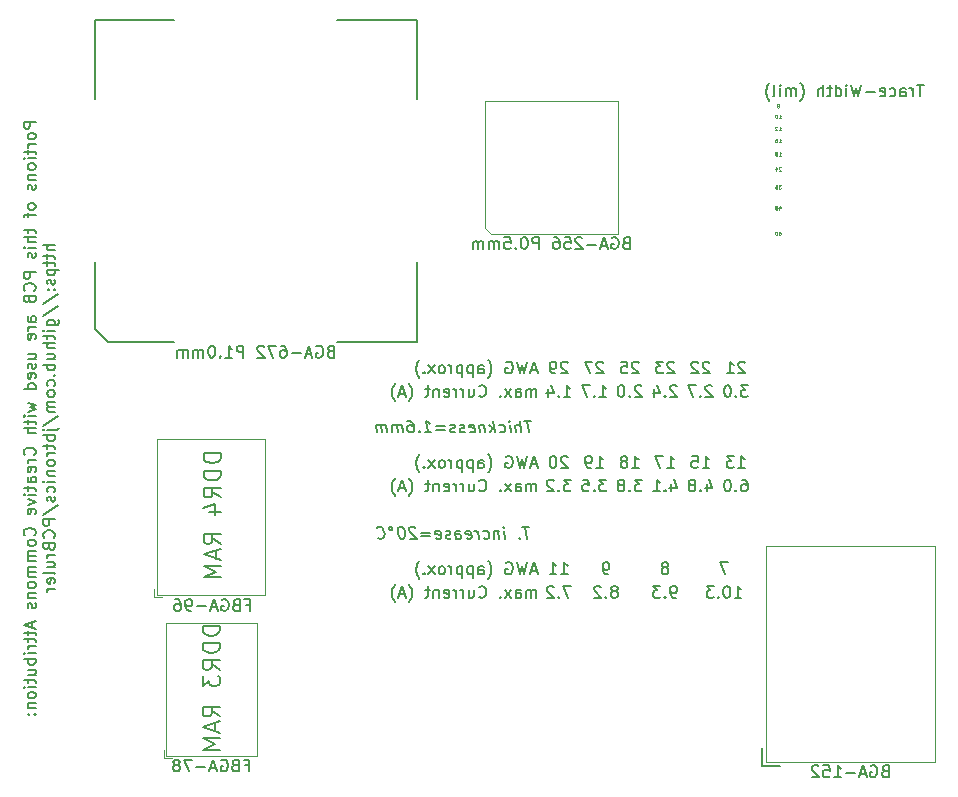
<source format=gbr>
%TF.GenerationSoftware,KiCad,Pcbnew,(5.1.10)-1*%
%TF.CreationDate,2022-01-31T16:37:24-08:00*%
%TF.ProjectId,TMPCB_Footprint-Side,544d5043-425f-4466-9f6f-747072696e74,rev?*%
%TF.SameCoordinates,Original*%
%TF.FileFunction,Legend,Bot*%
%TF.FilePolarity,Positive*%
%FSLAX46Y46*%
G04 Gerber Fmt 4.6, Leading zero omitted, Abs format (unit mm)*
G04 Created by KiCad (PCBNEW (5.1.10)-1) date 2022-01-31 16:37:24*
%MOMM*%
%LPD*%
G01*
G04 APERTURE LIST*
%ADD10C,0.150000*%
%ADD11C,0.182880*%
%ADD12C,0.120000*%
%ADD13C,0.100000*%
%ADD14C,0.076200*%
G04 APERTURE END LIST*
D10*
X97544380Y-61923571D02*
X96544380Y-61923571D01*
X96544380Y-62304523D01*
X96592000Y-62399761D01*
X96639619Y-62447380D01*
X96734857Y-62495000D01*
X96877714Y-62495000D01*
X96972952Y-62447380D01*
X97020571Y-62399761D01*
X97068190Y-62304523D01*
X97068190Y-61923571D01*
X97544380Y-63066428D02*
X97496761Y-62971190D01*
X97449142Y-62923571D01*
X97353904Y-62875952D01*
X97068190Y-62875952D01*
X96972952Y-62923571D01*
X96925333Y-62971190D01*
X96877714Y-63066428D01*
X96877714Y-63209285D01*
X96925333Y-63304523D01*
X96972952Y-63352142D01*
X97068190Y-63399761D01*
X97353904Y-63399761D01*
X97449142Y-63352142D01*
X97496761Y-63304523D01*
X97544380Y-63209285D01*
X97544380Y-63066428D01*
X97544380Y-63828333D02*
X96877714Y-63828333D01*
X97068190Y-63828333D02*
X96972952Y-63875952D01*
X96925333Y-63923571D01*
X96877714Y-64018809D01*
X96877714Y-64114047D01*
X96877714Y-64304523D02*
X96877714Y-64685476D01*
X96544380Y-64447380D02*
X97401523Y-64447380D01*
X97496761Y-64495000D01*
X97544380Y-64590238D01*
X97544380Y-64685476D01*
X97544380Y-65018809D02*
X96877714Y-65018809D01*
X96544380Y-65018809D02*
X96592000Y-64971190D01*
X96639619Y-65018809D01*
X96592000Y-65066428D01*
X96544380Y-65018809D01*
X96639619Y-65018809D01*
X97544380Y-65637857D02*
X97496761Y-65542619D01*
X97449142Y-65495000D01*
X97353904Y-65447380D01*
X97068190Y-65447380D01*
X96972952Y-65495000D01*
X96925333Y-65542619D01*
X96877714Y-65637857D01*
X96877714Y-65780714D01*
X96925333Y-65875952D01*
X96972952Y-65923571D01*
X97068190Y-65971190D01*
X97353904Y-65971190D01*
X97449142Y-65923571D01*
X97496761Y-65875952D01*
X97544380Y-65780714D01*
X97544380Y-65637857D01*
X96877714Y-66399761D02*
X97544380Y-66399761D01*
X96972952Y-66399761D02*
X96925333Y-66447380D01*
X96877714Y-66542619D01*
X96877714Y-66685476D01*
X96925333Y-66780714D01*
X97020571Y-66828333D01*
X97544380Y-66828333D01*
X97496761Y-67256904D02*
X97544380Y-67352142D01*
X97544380Y-67542619D01*
X97496761Y-67637857D01*
X97401523Y-67685476D01*
X97353904Y-67685476D01*
X97258666Y-67637857D01*
X97211047Y-67542619D01*
X97211047Y-67399761D01*
X97163428Y-67304523D01*
X97068190Y-67256904D01*
X97020571Y-67256904D01*
X96925333Y-67304523D01*
X96877714Y-67399761D01*
X96877714Y-67542619D01*
X96925333Y-67637857D01*
X97544380Y-69018809D02*
X97496761Y-68923571D01*
X97449142Y-68875952D01*
X97353904Y-68828333D01*
X97068190Y-68828333D01*
X96972952Y-68875952D01*
X96925333Y-68923571D01*
X96877714Y-69018809D01*
X96877714Y-69161666D01*
X96925333Y-69256904D01*
X96972952Y-69304523D01*
X97068190Y-69352142D01*
X97353904Y-69352142D01*
X97449142Y-69304523D01*
X97496761Y-69256904D01*
X97544380Y-69161666D01*
X97544380Y-69018809D01*
X96877714Y-69637857D02*
X96877714Y-70018809D01*
X97544380Y-69780714D02*
X96687238Y-69780714D01*
X96592000Y-69828333D01*
X96544380Y-69923571D01*
X96544380Y-70018809D01*
X96877714Y-70971190D02*
X96877714Y-71352142D01*
X96544380Y-71114047D02*
X97401523Y-71114047D01*
X97496761Y-71161666D01*
X97544380Y-71256904D01*
X97544380Y-71352142D01*
X97544380Y-71685476D02*
X96544380Y-71685476D01*
X97544380Y-72114047D02*
X97020571Y-72114047D01*
X96925333Y-72066428D01*
X96877714Y-71971190D01*
X96877714Y-71828333D01*
X96925333Y-71733095D01*
X96972952Y-71685476D01*
X97544380Y-72590238D02*
X96877714Y-72590238D01*
X96544380Y-72590238D02*
X96592000Y-72542619D01*
X96639619Y-72590238D01*
X96592000Y-72637857D01*
X96544380Y-72590238D01*
X96639619Y-72590238D01*
X97496761Y-73018809D02*
X97544380Y-73114047D01*
X97544380Y-73304523D01*
X97496761Y-73399761D01*
X97401523Y-73447380D01*
X97353904Y-73447380D01*
X97258666Y-73399761D01*
X97211047Y-73304523D01*
X97211047Y-73161666D01*
X97163428Y-73066428D01*
X97068190Y-73018809D01*
X97020571Y-73018809D01*
X96925333Y-73066428D01*
X96877714Y-73161666D01*
X96877714Y-73304523D01*
X96925333Y-73399761D01*
X97544380Y-74637857D02*
X96544380Y-74637857D01*
X96544380Y-75018809D01*
X96592000Y-75114047D01*
X96639619Y-75161666D01*
X96734857Y-75209285D01*
X96877714Y-75209285D01*
X96972952Y-75161666D01*
X97020571Y-75114047D01*
X97068190Y-75018809D01*
X97068190Y-74637857D01*
X97449142Y-76209285D02*
X97496761Y-76161666D01*
X97544380Y-76018809D01*
X97544380Y-75923571D01*
X97496761Y-75780714D01*
X97401523Y-75685476D01*
X97306285Y-75637857D01*
X97115809Y-75590238D01*
X96972952Y-75590238D01*
X96782476Y-75637857D01*
X96687238Y-75685476D01*
X96592000Y-75780714D01*
X96544380Y-75923571D01*
X96544380Y-76018809D01*
X96592000Y-76161666D01*
X96639619Y-76209285D01*
X97020571Y-76971190D02*
X97068190Y-77114047D01*
X97115809Y-77161666D01*
X97211047Y-77209285D01*
X97353904Y-77209285D01*
X97449142Y-77161666D01*
X97496761Y-77114047D01*
X97544380Y-77018809D01*
X97544380Y-76637857D01*
X96544380Y-76637857D01*
X96544380Y-76971190D01*
X96592000Y-77066428D01*
X96639619Y-77114047D01*
X96734857Y-77161666D01*
X96830095Y-77161666D01*
X96925333Y-77114047D01*
X96972952Y-77066428D01*
X97020571Y-76971190D01*
X97020571Y-76637857D01*
X97544380Y-78828333D02*
X97020571Y-78828333D01*
X96925333Y-78780714D01*
X96877714Y-78685476D01*
X96877714Y-78495000D01*
X96925333Y-78399761D01*
X97496761Y-78828333D02*
X97544380Y-78733095D01*
X97544380Y-78495000D01*
X97496761Y-78399761D01*
X97401523Y-78352142D01*
X97306285Y-78352142D01*
X97211047Y-78399761D01*
X97163428Y-78495000D01*
X97163428Y-78733095D01*
X97115809Y-78828333D01*
X97544380Y-79304523D02*
X96877714Y-79304523D01*
X97068190Y-79304523D02*
X96972952Y-79352142D01*
X96925333Y-79399761D01*
X96877714Y-79495000D01*
X96877714Y-79590238D01*
X97496761Y-80304523D02*
X97544380Y-80209285D01*
X97544380Y-80018809D01*
X97496761Y-79923571D01*
X97401523Y-79875952D01*
X97020571Y-79875952D01*
X96925333Y-79923571D01*
X96877714Y-80018809D01*
X96877714Y-80209285D01*
X96925333Y-80304523D01*
X97020571Y-80352142D01*
X97115809Y-80352142D01*
X97211047Y-79875952D01*
X96877714Y-81971190D02*
X97544380Y-81971190D01*
X96877714Y-81542619D02*
X97401523Y-81542619D01*
X97496761Y-81590238D01*
X97544380Y-81685476D01*
X97544380Y-81828333D01*
X97496761Y-81923571D01*
X97449142Y-81971190D01*
X97496761Y-82399761D02*
X97544380Y-82495000D01*
X97544380Y-82685476D01*
X97496761Y-82780714D01*
X97401523Y-82828333D01*
X97353904Y-82828333D01*
X97258666Y-82780714D01*
X97211047Y-82685476D01*
X97211047Y-82542619D01*
X97163428Y-82447380D01*
X97068190Y-82399761D01*
X97020571Y-82399761D01*
X96925333Y-82447380D01*
X96877714Y-82542619D01*
X96877714Y-82685476D01*
X96925333Y-82780714D01*
X97496761Y-83637857D02*
X97544380Y-83542619D01*
X97544380Y-83352142D01*
X97496761Y-83256904D01*
X97401523Y-83209285D01*
X97020571Y-83209285D01*
X96925333Y-83256904D01*
X96877714Y-83352142D01*
X96877714Y-83542619D01*
X96925333Y-83637857D01*
X97020571Y-83685476D01*
X97115809Y-83685476D01*
X97211047Y-83209285D01*
X97544380Y-84542619D02*
X96544380Y-84542619D01*
X97496761Y-84542619D02*
X97544380Y-84447380D01*
X97544380Y-84256904D01*
X97496761Y-84161666D01*
X97449142Y-84114047D01*
X97353904Y-84066428D01*
X97068190Y-84066428D01*
X96972952Y-84114047D01*
X96925333Y-84161666D01*
X96877714Y-84256904D01*
X96877714Y-84447380D01*
X96925333Y-84542619D01*
X96877714Y-85685476D02*
X97544380Y-85875952D01*
X97068190Y-86066428D01*
X97544380Y-86256904D01*
X96877714Y-86447380D01*
X97544380Y-86828333D02*
X96877714Y-86828333D01*
X96544380Y-86828333D02*
X96592000Y-86780714D01*
X96639619Y-86828333D01*
X96592000Y-86875952D01*
X96544380Y-86828333D01*
X96639619Y-86828333D01*
X96877714Y-87161666D02*
X96877714Y-87542619D01*
X96544380Y-87304523D02*
X97401523Y-87304523D01*
X97496761Y-87352142D01*
X97544380Y-87447380D01*
X97544380Y-87542619D01*
X97544380Y-87875952D02*
X96544380Y-87875952D01*
X97544380Y-88304523D02*
X97020571Y-88304523D01*
X96925333Y-88256904D01*
X96877714Y-88161666D01*
X96877714Y-88018809D01*
X96925333Y-87923571D01*
X96972952Y-87875952D01*
X97449142Y-90114047D02*
X97496761Y-90066428D01*
X97544380Y-89923571D01*
X97544380Y-89828333D01*
X97496761Y-89685476D01*
X97401523Y-89590238D01*
X97306285Y-89542619D01*
X97115809Y-89495000D01*
X96972952Y-89495000D01*
X96782476Y-89542619D01*
X96687238Y-89590238D01*
X96592000Y-89685476D01*
X96544380Y-89828333D01*
X96544380Y-89923571D01*
X96592000Y-90066428D01*
X96639619Y-90114047D01*
X97544380Y-90542619D02*
X96877714Y-90542619D01*
X97068190Y-90542619D02*
X96972952Y-90590238D01*
X96925333Y-90637857D01*
X96877714Y-90733095D01*
X96877714Y-90828333D01*
X97496761Y-91542619D02*
X97544380Y-91447380D01*
X97544380Y-91256904D01*
X97496761Y-91161666D01*
X97401523Y-91114047D01*
X97020571Y-91114047D01*
X96925333Y-91161666D01*
X96877714Y-91256904D01*
X96877714Y-91447380D01*
X96925333Y-91542619D01*
X97020571Y-91590238D01*
X97115809Y-91590238D01*
X97211047Y-91114047D01*
X97544380Y-92447380D02*
X97020571Y-92447380D01*
X96925333Y-92399761D01*
X96877714Y-92304523D01*
X96877714Y-92114047D01*
X96925333Y-92018809D01*
X97496761Y-92447380D02*
X97544380Y-92352142D01*
X97544380Y-92114047D01*
X97496761Y-92018809D01*
X97401523Y-91971190D01*
X97306285Y-91971190D01*
X97211047Y-92018809D01*
X97163428Y-92114047D01*
X97163428Y-92352142D01*
X97115809Y-92447380D01*
X96877714Y-92780714D02*
X96877714Y-93161666D01*
X96544380Y-92923571D02*
X97401523Y-92923571D01*
X97496761Y-92971190D01*
X97544380Y-93066428D01*
X97544380Y-93161666D01*
X97544380Y-93495000D02*
X96877714Y-93495000D01*
X96544380Y-93495000D02*
X96592000Y-93447380D01*
X96639619Y-93495000D01*
X96592000Y-93542619D01*
X96544380Y-93495000D01*
X96639619Y-93495000D01*
X96877714Y-93875952D02*
X97544380Y-94114047D01*
X96877714Y-94352142D01*
X97496761Y-95114047D02*
X97544380Y-95018809D01*
X97544380Y-94828333D01*
X97496761Y-94733095D01*
X97401523Y-94685476D01*
X97020571Y-94685476D01*
X96925333Y-94733095D01*
X96877714Y-94828333D01*
X96877714Y-95018809D01*
X96925333Y-95114047D01*
X97020571Y-95161666D01*
X97115809Y-95161666D01*
X97211047Y-94685476D01*
X97449142Y-96923571D02*
X97496761Y-96875952D01*
X97544380Y-96733095D01*
X97544380Y-96637857D01*
X97496761Y-96495000D01*
X97401523Y-96399761D01*
X97306285Y-96352142D01*
X97115809Y-96304523D01*
X96972952Y-96304523D01*
X96782476Y-96352142D01*
X96687238Y-96399761D01*
X96592000Y-96495000D01*
X96544380Y-96637857D01*
X96544380Y-96733095D01*
X96592000Y-96875952D01*
X96639619Y-96923571D01*
X97544380Y-97495000D02*
X97496761Y-97399761D01*
X97449142Y-97352142D01*
X97353904Y-97304523D01*
X97068190Y-97304523D01*
X96972952Y-97352142D01*
X96925333Y-97399761D01*
X96877714Y-97495000D01*
X96877714Y-97637857D01*
X96925333Y-97733095D01*
X96972952Y-97780714D01*
X97068190Y-97828333D01*
X97353904Y-97828333D01*
X97449142Y-97780714D01*
X97496761Y-97733095D01*
X97544380Y-97637857D01*
X97544380Y-97495000D01*
X97544380Y-98256904D02*
X96877714Y-98256904D01*
X96972952Y-98256904D02*
X96925333Y-98304523D01*
X96877714Y-98399761D01*
X96877714Y-98542619D01*
X96925333Y-98637857D01*
X97020571Y-98685476D01*
X97544380Y-98685476D01*
X97020571Y-98685476D02*
X96925333Y-98733095D01*
X96877714Y-98828333D01*
X96877714Y-98971190D01*
X96925333Y-99066428D01*
X97020571Y-99114047D01*
X97544380Y-99114047D01*
X97544380Y-99590238D02*
X96877714Y-99590238D01*
X96972952Y-99590238D02*
X96925333Y-99637857D01*
X96877714Y-99733095D01*
X96877714Y-99875952D01*
X96925333Y-99971190D01*
X97020571Y-100018809D01*
X97544380Y-100018809D01*
X97020571Y-100018809D02*
X96925333Y-100066428D01*
X96877714Y-100161666D01*
X96877714Y-100304523D01*
X96925333Y-100399761D01*
X97020571Y-100447380D01*
X97544380Y-100447380D01*
X97544380Y-101066428D02*
X97496761Y-100971190D01*
X97449142Y-100923571D01*
X97353904Y-100875952D01*
X97068190Y-100875952D01*
X96972952Y-100923571D01*
X96925333Y-100971190D01*
X96877714Y-101066428D01*
X96877714Y-101209285D01*
X96925333Y-101304523D01*
X96972952Y-101352142D01*
X97068190Y-101399761D01*
X97353904Y-101399761D01*
X97449142Y-101352142D01*
X97496761Y-101304523D01*
X97544380Y-101209285D01*
X97544380Y-101066428D01*
X96877714Y-101828333D02*
X97544380Y-101828333D01*
X96972952Y-101828333D02*
X96925333Y-101875952D01*
X96877714Y-101971190D01*
X96877714Y-102114047D01*
X96925333Y-102209285D01*
X97020571Y-102256904D01*
X97544380Y-102256904D01*
X97496761Y-102685476D02*
X97544380Y-102780714D01*
X97544380Y-102971190D01*
X97496761Y-103066428D01*
X97401523Y-103114047D01*
X97353904Y-103114047D01*
X97258666Y-103066428D01*
X97211047Y-102971190D01*
X97211047Y-102828333D01*
X97163428Y-102733095D01*
X97068190Y-102685476D01*
X97020571Y-102685476D01*
X96925333Y-102733095D01*
X96877714Y-102828333D01*
X96877714Y-102971190D01*
X96925333Y-103066428D01*
X97258666Y-104256904D02*
X97258666Y-104733095D01*
X97544380Y-104161666D02*
X96544380Y-104495000D01*
X97544380Y-104828333D01*
X96877714Y-105018809D02*
X96877714Y-105399761D01*
X96544380Y-105161666D02*
X97401523Y-105161666D01*
X97496761Y-105209285D01*
X97544380Y-105304523D01*
X97544380Y-105399761D01*
X96877714Y-105590238D02*
X96877714Y-105971190D01*
X96544380Y-105733095D02*
X97401523Y-105733095D01*
X97496761Y-105780714D01*
X97544380Y-105875952D01*
X97544380Y-105971190D01*
X97544380Y-106304523D02*
X96877714Y-106304523D01*
X97068190Y-106304523D02*
X96972952Y-106352142D01*
X96925333Y-106399761D01*
X96877714Y-106495000D01*
X96877714Y-106590238D01*
X97544380Y-106923571D02*
X96877714Y-106923571D01*
X96544380Y-106923571D02*
X96592000Y-106875952D01*
X96639619Y-106923571D01*
X96592000Y-106971190D01*
X96544380Y-106923571D01*
X96639619Y-106923571D01*
X97544380Y-107399761D02*
X96544380Y-107399761D01*
X96925333Y-107399761D02*
X96877714Y-107495000D01*
X96877714Y-107685476D01*
X96925333Y-107780714D01*
X96972952Y-107828333D01*
X97068190Y-107875952D01*
X97353904Y-107875952D01*
X97449142Y-107828333D01*
X97496761Y-107780714D01*
X97544380Y-107685476D01*
X97544380Y-107495000D01*
X97496761Y-107399761D01*
X96877714Y-108733095D02*
X97544380Y-108733095D01*
X96877714Y-108304523D02*
X97401523Y-108304523D01*
X97496761Y-108352142D01*
X97544380Y-108447380D01*
X97544380Y-108590238D01*
X97496761Y-108685476D01*
X97449142Y-108733095D01*
X96877714Y-109066428D02*
X96877714Y-109447380D01*
X96544380Y-109209285D02*
X97401523Y-109209285D01*
X97496761Y-109256904D01*
X97544380Y-109352142D01*
X97544380Y-109447380D01*
X97544380Y-109780714D02*
X96877714Y-109780714D01*
X96544380Y-109780714D02*
X96592000Y-109733095D01*
X96639619Y-109780714D01*
X96592000Y-109828333D01*
X96544380Y-109780714D01*
X96639619Y-109780714D01*
X97544380Y-110399761D02*
X97496761Y-110304523D01*
X97449142Y-110256904D01*
X97353904Y-110209285D01*
X97068190Y-110209285D01*
X96972952Y-110256904D01*
X96925333Y-110304523D01*
X96877714Y-110399761D01*
X96877714Y-110542619D01*
X96925333Y-110637857D01*
X96972952Y-110685476D01*
X97068190Y-110733095D01*
X97353904Y-110733095D01*
X97449142Y-110685476D01*
X97496761Y-110637857D01*
X97544380Y-110542619D01*
X97544380Y-110399761D01*
X96877714Y-111161666D02*
X97544380Y-111161666D01*
X96972952Y-111161666D02*
X96925333Y-111209285D01*
X96877714Y-111304523D01*
X96877714Y-111447380D01*
X96925333Y-111542619D01*
X97020571Y-111590238D01*
X97544380Y-111590238D01*
X97449142Y-112066428D02*
X97496761Y-112114047D01*
X97544380Y-112066428D01*
X97496761Y-112018809D01*
X97449142Y-112066428D01*
X97544380Y-112066428D01*
X96925333Y-112066428D02*
X96972952Y-112114047D01*
X97020571Y-112066428D01*
X96972952Y-112018809D01*
X96925333Y-112066428D01*
X97020571Y-112066428D01*
X99194380Y-72375952D02*
X98194380Y-72375952D01*
X99194380Y-72804523D02*
X98670571Y-72804523D01*
X98575333Y-72756904D01*
X98527714Y-72661666D01*
X98527714Y-72518809D01*
X98575333Y-72423571D01*
X98622952Y-72375952D01*
X98527714Y-73137857D02*
X98527714Y-73518809D01*
X98194380Y-73280714D02*
X99051523Y-73280714D01*
X99146761Y-73328333D01*
X99194380Y-73423571D01*
X99194380Y-73518809D01*
X98527714Y-73709285D02*
X98527714Y-74090238D01*
X98194380Y-73852142D02*
X99051523Y-73852142D01*
X99146761Y-73899761D01*
X99194380Y-73995000D01*
X99194380Y-74090238D01*
X98527714Y-74423571D02*
X99527714Y-74423571D01*
X98575333Y-74423571D02*
X98527714Y-74518809D01*
X98527714Y-74709285D01*
X98575333Y-74804523D01*
X98622952Y-74852142D01*
X98718190Y-74899761D01*
X99003904Y-74899761D01*
X99099142Y-74852142D01*
X99146761Y-74804523D01*
X99194380Y-74709285D01*
X99194380Y-74518809D01*
X99146761Y-74423571D01*
X99146761Y-75280714D02*
X99194380Y-75375952D01*
X99194380Y-75566428D01*
X99146761Y-75661666D01*
X99051523Y-75709285D01*
X99003904Y-75709285D01*
X98908666Y-75661666D01*
X98861047Y-75566428D01*
X98861047Y-75423571D01*
X98813428Y-75328333D01*
X98718190Y-75280714D01*
X98670571Y-75280714D01*
X98575333Y-75328333D01*
X98527714Y-75423571D01*
X98527714Y-75566428D01*
X98575333Y-75661666D01*
X99099142Y-76137857D02*
X99146761Y-76185476D01*
X99194380Y-76137857D01*
X99146761Y-76090238D01*
X99099142Y-76137857D01*
X99194380Y-76137857D01*
X98575333Y-76137857D02*
X98622952Y-76185476D01*
X98670571Y-76137857D01*
X98622952Y-76090238D01*
X98575333Y-76137857D01*
X98670571Y-76137857D01*
X98146761Y-77328333D02*
X99432476Y-76471190D01*
X98146761Y-78375952D02*
X99432476Y-77518809D01*
X98527714Y-79137857D02*
X99337238Y-79137857D01*
X99432476Y-79090238D01*
X99480095Y-79042619D01*
X99527714Y-78947380D01*
X99527714Y-78804523D01*
X99480095Y-78709285D01*
X99146761Y-79137857D02*
X99194380Y-79042619D01*
X99194380Y-78852142D01*
X99146761Y-78756904D01*
X99099142Y-78709285D01*
X99003904Y-78661666D01*
X98718190Y-78661666D01*
X98622952Y-78709285D01*
X98575333Y-78756904D01*
X98527714Y-78852142D01*
X98527714Y-79042619D01*
X98575333Y-79137857D01*
X99194380Y-79614047D02*
X98527714Y-79614047D01*
X98194380Y-79614047D02*
X98242000Y-79566428D01*
X98289619Y-79614047D01*
X98242000Y-79661666D01*
X98194380Y-79614047D01*
X98289619Y-79614047D01*
X98527714Y-79947380D02*
X98527714Y-80328333D01*
X98194380Y-80090238D02*
X99051523Y-80090238D01*
X99146761Y-80137857D01*
X99194380Y-80233095D01*
X99194380Y-80328333D01*
X99194380Y-80661666D02*
X98194380Y-80661666D01*
X99194380Y-81090238D02*
X98670571Y-81090238D01*
X98575333Y-81042619D01*
X98527714Y-80947380D01*
X98527714Y-80804523D01*
X98575333Y-80709285D01*
X98622952Y-80661666D01*
X98527714Y-81995000D02*
X99194380Y-81995000D01*
X98527714Y-81566428D02*
X99051523Y-81566428D01*
X99146761Y-81614047D01*
X99194380Y-81709285D01*
X99194380Y-81852142D01*
X99146761Y-81947380D01*
X99099142Y-81995000D01*
X99194380Y-82471190D02*
X98194380Y-82471190D01*
X98575333Y-82471190D02*
X98527714Y-82566428D01*
X98527714Y-82756904D01*
X98575333Y-82852142D01*
X98622952Y-82899761D01*
X98718190Y-82947380D01*
X99003904Y-82947380D01*
X99099142Y-82899761D01*
X99146761Y-82852142D01*
X99194380Y-82756904D01*
X99194380Y-82566428D01*
X99146761Y-82471190D01*
X99099142Y-83375952D02*
X99146761Y-83423571D01*
X99194380Y-83375952D01*
X99146761Y-83328333D01*
X99099142Y-83375952D01*
X99194380Y-83375952D01*
X99146761Y-84280714D02*
X99194380Y-84185476D01*
X99194380Y-83995000D01*
X99146761Y-83899761D01*
X99099142Y-83852142D01*
X99003904Y-83804523D01*
X98718190Y-83804523D01*
X98622952Y-83852142D01*
X98575333Y-83899761D01*
X98527714Y-83995000D01*
X98527714Y-84185476D01*
X98575333Y-84280714D01*
X99194380Y-84852142D02*
X99146761Y-84756904D01*
X99099142Y-84709285D01*
X99003904Y-84661666D01*
X98718190Y-84661666D01*
X98622952Y-84709285D01*
X98575333Y-84756904D01*
X98527714Y-84852142D01*
X98527714Y-84995000D01*
X98575333Y-85090238D01*
X98622952Y-85137857D01*
X98718190Y-85185476D01*
X99003904Y-85185476D01*
X99099142Y-85137857D01*
X99146761Y-85090238D01*
X99194380Y-84995000D01*
X99194380Y-84852142D01*
X99194380Y-85614047D02*
X98527714Y-85614047D01*
X98622952Y-85614047D02*
X98575333Y-85661666D01*
X98527714Y-85756904D01*
X98527714Y-85899761D01*
X98575333Y-85995000D01*
X98670571Y-86042619D01*
X99194380Y-86042619D01*
X98670571Y-86042619D02*
X98575333Y-86090238D01*
X98527714Y-86185476D01*
X98527714Y-86328333D01*
X98575333Y-86423571D01*
X98670571Y-86471190D01*
X99194380Y-86471190D01*
X98146761Y-87661666D02*
X99432476Y-86804523D01*
X98527714Y-87995000D02*
X99384857Y-87995000D01*
X99480095Y-87947380D01*
X99527714Y-87852142D01*
X99527714Y-87804523D01*
X98194380Y-87995000D02*
X98242000Y-87947380D01*
X98289619Y-87995000D01*
X98242000Y-88042619D01*
X98194380Y-87995000D01*
X98289619Y-87995000D01*
X99194380Y-88471190D02*
X98194380Y-88471190D01*
X98575333Y-88471190D02*
X98527714Y-88566428D01*
X98527714Y-88756904D01*
X98575333Y-88852142D01*
X98622952Y-88899761D01*
X98718190Y-88947380D01*
X99003904Y-88947380D01*
X99099142Y-88899761D01*
X99146761Y-88852142D01*
X99194380Y-88756904D01*
X99194380Y-88566428D01*
X99146761Y-88471190D01*
X98527714Y-89233095D02*
X98527714Y-89614047D01*
X98194380Y-89375952D02*
X99051523Y-89375952D01*
X99146761Y-89423571D01*
X99194380Y-89518809D01*
X99194380Y-89614047D01*
X99194380Y-89947380D02*
X98527714Y-89947380D01*
X98718190Y-89947380D02*
X98622952Y-89995000D01*
X98575333Y-90042619D01*
X98527714Y-90137857D01*
X98527714Y-90233095D01*
X99194380Y-90709285D02*
X99146761Y-90614047D01*
X99099142Y-90566428D01*
X99003904Y-90518809D01*
X98718190Y-90518809D01*
X98622952Y-90566428D01*
X98575333Y-90614047D01*
X98527714Y-90709285D01*
X98527714Y-90852142D01*
X98575333Y-90947380D01*
X98622952Y-90995000D01*
X98718190Y-91042619D01*
X99003904Y-91042619D01*
X99099142Y-90995000D01*
X99146761Y-90947380D01*
X99194380Y-90852142D01*
X99194380Y-90709285D01*
X98527714Y-91471190D02*
X99194380Y-91471190D01*
X98622952Y-91471190D02*
X98575333Y-91518809D01*
X98527714Y-91614047D01*
X98527714Y-91756904D01*
X98575333Y-91852142D01*
X98670571Y-91899761D01*
X99194380Y-91899761D01*
X99194380Y-92375952D02*
X98527714Y-92375952D01*
X98194380Y-92375952D02*
X98242000Y-92328333D01*
X98289619Y-92375952D01*
X98242000Y-92423571D01*
X98194380Y-92375952D01*
X98289619Y-92375952D01*
X99146761Y-93280714D02*
X99194380Y-93185476D01*
X99194380Y-92995000D01*
X99146761Y-92899761D01*
X99099142Y-92852142D01*
X99003904Y-92804523D01*
X98718190Y-92804523D01*
X98622952Y-92852142D01*
X98575333Y-92899761D01*
X98527714Y-92995000D01*
X98527714Y-93185476D01*
X98575333Y-93280714D01*
X99146761Y-93661666D02*
X99194380Y-93756904D01*
X99194380Y-93947380D01*
X99146761Y-94042619D01*
X99051523Y-94090238D01*
X99003904Y-94090238D01*
X98908666Y-94042619D01*
X98861047Y-93947380D01*
X98861047Y-93804523D01*
X98813428Y-93709285D01*
X98718190Y-93661666D01*
X98670571Y-93661666D01*
X98575333Y-93709285D01*
X98527714Y-93804523D01*
X98527714Y-93947380D01*
X98575333Y-94042619D01*
X98146761Y-95233095D02*
X99432476Y-94375952D01*
X99194380Y-95566428D02*
X98194380Y-95566428D01*
X98194380Y-95947380D01*
X98242000Y-96042619D01*
X98289619Y-96090238D01*
X98384857Y-96137857D01*
X98527714Y-96137857D01*
X98622952Y-96090238D01*
X98670571Y-96042619D01*
X98718190Y-95947380D01*
X98718190Y-95566428D01*
X99099142Y-97137857D02*
X99146761Y-97090238D01*
X99194380Y-96947380D01*
X99194380Y-96852142D01*
X99146761Y-96709285D01*
X99051523Y-96614047D01*
X98956285Y-96566428D01*
X98765809Y-96518809D01*
X98622952Y-96518809D01*
X98432476Y-96566428D01*
X98337238Y-96614047D01*
X98242000Y-96709285D01*
X98194380Y-96852142D01*
X98194380Y-96947380D01*
X98242000Y-97090238D01*
X98289619Y-97137857D01*
X98670571Y-97899761D02*
X98718190Y-98042619D01*
X98765809Y-98090238D01*
X98861047Y-98137857D01*
X99003904Y-98137857D01*
X99099142Y-98090238D01*
X99146761Y-98042619D01*
X99194380Y-97947380D01*
X99194380Y-97566428D01*
X98194380Y-97566428D01*
X98194380Y-97899761D01*
X98242000Y-97995000D01*
X98289619Y-98042619D01*
X98384857Y-98090238D01*
X98480095Y-98090238D01*
X98575333Y-98042619D01*
X98622952Y-97995000D01*
X98670571Y-97899761D01*
X98670571Y-97566428D01*
X99194380Y-98566428D02*
X98527714Y-98566428D01*
X98718190Y-98566428D02*
X98622952Y-98614047D01*
X98575333Y-98661666D01*
X98527714Y-98756904D01*
X98527714Y-98852142D01*
X98527714Y-99614047D02*
X99194380Y-99614047D01*
X98527714Y-99185476D02*
X99051523Y-99185476D01*
X99146761Y-99233095D01*
X99194380Y-99328333D01*
X99194380Y-99471190D01*
X99146761Y-99566428D01*
X99099142Y-99614047D01*
X99194380Y-100233095D02*
X99146761Y-100137857D01*
X99051523Y-100090238D01*
X98194380Y-100090238D01*
X99146761Y-100995000D02*
X99194380Y-100899761D01*
X99194380Y-100709285D01*
X99146761Y-100614047D01*
X99051523Y-100566428D01*
X98670571Y-100566428D01*
X98575333Y-100614047D01*
X98527714Y-100709285D01*
X98527714Y-100899761D01*
X98575333Y-100995000D01*
X98670571Y-101042619D01*
X98765809Y-101042619D01*
X98861047Y-100566428D01*
X99194380Y-101471190D02*
X98527714Y-101471190D01*
X98718190Y-101471190D02*
X98622952Y-101518809D01*
X98575333Y-101566428D01*
X98527714Y-101661666D01*
X98527714Y-101756904D01*
D11*
X113136680Y-104603586D02*
X111688880Y-104603586D01*
X111688880Y-104948300D01*
X111757823Y-105155129D01*
X111895708Y-105293014D01*
X112033594Y-105361957D01*
X112309365Y-105430900D01*
X112516194Y-105430900D01*
X112791965Y-105361957D01*
X112929851Y-105293014D01*
X113067737Y-105155129D01*
X113136680Y-104948300D01*
X113136680Y-104603586D01*
X113136680Y-106051386D02*
X111688880Y-106051386D01*
X111688880Y-106396100D01*
X111757823Y-106602929D01*
X111895708Y-106740814D01*
X112033594Y-106809757D01*
X112309365Y-106878700D01*
X112516194Y-106878700D01*
X112791965Y-106809757D01*
X112929851Y-106740814D01*
X113067737Y-106602929D01*
X113136680Y-106396100D01*
X113136680Y-106051386D01*
X113136680Y-108326500D02*
X112447251Y-107843900D01*
X113136680Y-107499186D02*
X111688880Y-107499186D01*
X111688880Y-108050729D01*
X111757823Y-108188614D01*
X111826765Y-108257557D01*
X111964651Y-108326500D01*
X112171480Y-108326500D01*
X112309365Y-108257557D01*
X112378308Y-108188614D01*
X112447251Y-108050729D01*
X112447251Y-107499186D01*
X111688880Y-108809100D02*
X111688880Y-109705357D01*
X112240423Y-109222757D01*
X112240423Y-109429586D01*
X112309365Y-109567472D01*
X112378308Y-109636414D01*
X112516194Y-109705357D01*
X112860908Y-109705357D01*
X112998794Y-109636414D01*
X113067737Y-109567472D01*
X113136680Y-109429586D01*
X113136680Y-109015929D01*
X113067737Y-108878043D01*
X112998794Y-108809100D01*
X113136680Y-112256243D02*
X112447251Y-111773643D01*
X113136680Y-111428929D02*
X111688880Y-111428929D01*
X111688880Y-111980472D01*
X111757823Y-112118357D01*
X111826765Y-112187300D01*
X111964651Y-112256243D01*
X112171480Y-112256243D01*
X112309365Y-112187300D01*
X112378308Y-112118357D01*
X112447251Y-111980472D01*
X112447251Y-111428929D01*
X112723023Y-112807786D02*
X112723023Y-113497214D01*
X113136680Y-112669900D02*
X111688880Y-113152500D01*
X113136680Y-113635100D01*
X113136680Y-114117700D02*
X111688880Y-114117700D01*
X112723023Y-114600300D01*
X111688880Y-115082900D01*
X113136680Y-115082900D01*
X113215057Y-89998586D02*
X111767257Y-89998586D01*
X111767257Y-90343300D01*
X111836200Y-90550129D01*
X111974085Y-90688014D01*
X112111971Y-90756957D01*
X112387742Y-90825900D01*
X112594571Y-90825900D01*
X112870342Y-90756957D01*
X113008228Y-90688014D01*
X113146114Y-90550129D01*
X113215057Y-90343300D01*
X113215057Y-89998586D01*
X113215057Y-91446386D02*
X111767257Y-91446386D01*
X111767257Y-91791100D01*
X111836200Y-91997929D01*
X111974085Y-92135814D01*
X112111971Y-92204757D01*
X112387742Y-92273700D01*
X112594571Y-92273700D01*
X112870342Y-92204757D01*
X113008228Y-92135814D01*
X113146114Y-91997929D01*
X113215057Y-91791100D01*
X113215057Y-91446386D01*
X113215057Y-93721500D02*
X112525628Y-93238900D01*
X113215057Y-92894186D02*
X111767257Y-92894186D01*
X111767257Y-93445729D01*
X111836200Y-93583614D01*
X111905142Y-93652557D01*
X112043028Y-93721500D01*
X112249857Y-93721500D01*
X112387742Y-93652557D01*
X112456685Y-93583614D01*
X112525628Y-93445729D01*
X112525628Y-92894186D01*
X112249857Y-94962472D02*
X113215057Y-94962472D01*
X111698314Y-94617757D02*
X112732457Y-94273043D01*
X112732457Y-95169300D01*
X113215057Y-97651243D02*
X112525628Y-97168643D01*
X113215057Y-96823929D02*
X111767257Y-96823929D01*
X111767257Y-97375472D01*
X111836200Y-97513357D01*
X111905142Y-97582300D01*
X112043028Y-97651243D01*
X112249857Y-97651243D01*
X112387742Y-97582300D01*
X112456685Y-97513357D01*
X112525628Y-97375472D01*
X112525628Y-96823929D01*
X112801400Y-98202786D02*
X112801400Y-98892214D01*
X113215057Y-98064900D02*
X111767257Y-98547500D01*
X113215057Y-99030100D01*
X113215057Y-99512700D02*
X111767257Y-99512700D01*
X112801400Y-99995300D01*
X111767257Y-100477900D01*
X113215057Y-100477900D01*
D12*
%TO.C,FBGA-96*%
X116995000Y-88777000D02*
X116995000Y-101977000D01*
X107795000Y-88777000D02*
X116995000Y-88777000D01*
X107795000Y-101977000D02*
X107795000Y-88777000D01*
X116995000Y-101977000D02*
X107795000Y-101977000D01*
X107595000Y-102177000D02*
X107595000Y-101477000D01*
X108295000Y-102177000D02*
X107595000Y-102177000D01*
%TO.C,BGA-256 P0.5mm*%
X146824000Y-71386000D02*
X136124000Y-71386000D01*
X146824000Y-60186000D02*
X146824000Y-71386000D01*
X135624000Y-60186000D02*
X146824000Y-60186000D01*
X135624000Y-70886000D02*
X135624000Y-60186000D01*
X136124000Y-71386000D02*
X135624000Y-70886000D01*
D13*
%TO.C,BGA-152*%
X159395000Y-97800000D02*
X159395000Y-116100000D01*
X173695000Y-97800000D02*
X159395000Y-97800000D01*
X173695000Y-116100000D02*
X173695000Y-97800000D01*
X159395000Y-116100000D02*
X173695000Y-116100000D01*
D10*
X159045000Y-114950000D02*
X159045000Y-116450000D01*
X159045000Y-116450000D02*
X160545000Y-116450000D01*
%TO.C,BGA-672 P1.0mm*%
X102555000Y-79429000D02*
X102555000Y-73829000D01*
X103705000Y-80579000D02*
X102555000Y-79429000D01*
X109305000Y-80579000D02*
X103705000Y-80579000D01*
X102555000Y-53279000D02*
X102555000Y-60029000D01*
X109305000Y-53279000D02*
X102555000Y-53279000D01*
X129855000Y-80579000D02*
X129855000Y-73829000D01*
X123105000Y-80579000D02*
X129855000Y-80579000D01*
X129855000Y-53279000D02*
X129855000Y-60029000D01*
X123105000Y-53279000D02*
X129855000Y-53279000D01*
X129855000Y-80579000D02*
X129855000Y-73829000D01*
X123105000Y-80579000D02*
X129855000Y-80579000D01*
X129855000Y-80579000D02*
X129855000Y-73829000D01*
X123105000Y-80579000D02*
X129855000Y-80579000D01*
D12*
%TO.C,FBGA-78*%
X108396000Y-115782000D02*
X109096000Y-115782000D01*
X108396000Y-115082000D02*
X108396000Y-115782000D01*
X108596000Y-104382000D02*
X108596000Y-115582000D01*
X116296000Y-104382000D02*
X108596000Y-104382000D01*
X116296000Y-115582000D02*
X116296000Y-104382000D01*
X108596000Y-115582000D02*
X116296000Y-115582000D01*
%TO.C,Trace-Width (mil)*%
D10*
X172727095Y-58761380D02*
X172155666Y-58761380D01*
X172441380Y-59761380D02*
X172441380Y-58761380D01*
X171822333Y-59761380D02*
X171822333Y-59094714D01*
X171822333Y-59285190D02*
X171774714Y-59189952D01*
X171727095Y-59142333D01*
X171631857Y-59094714D01*
X171536619Y-59094714D01*
X170774714Y-59761380D02*
X170774714Y-59237571D01*
X170822333Y-59142333D01*
X170917571Y-59094714D01*
X171108047Y-59094714D01*
X171203285Y-59142333D01*
X170774714Y-59713761D02*
X170869952Y-59761380D01*
X171108047Y-59761380D01*
X171203285Y-59713761D01*
X171250904Y-59618523D01*
X171250904Y-59523285D01*
X171203285Y-59428047D01*
X171108047Y-59380428D01*
X170869952Y-59380428D01*
X170774714Y-59332809D01*
X169869952Y-59713761D02*
X169965190Y-59761380D01*
X170155666Y-59761380D01*
X170250904Y-59713761D01*
X170298523Y-59666142D01*
X170346142Y-59570904D01*
X170346142Y-59285190D01*
X170298523Y-59189952D01*
X170250904Y-59142333D01*
X170155666Y-59094714D01*
X169965190Y-59094714D01*
X169869952Y-59142333D01*
X169060428Y-59713761D02*
X169155666Y-59761380D01*
X169346142Y-59761380D01*
X169441380Y-59713761D01*
X169489000Y-59618523D01*
X169489000Y-59237571D01*
X169441380Y-59142333D01*
X169346142Y-59094714D01*
X169155666Y-59094714D01*
X169060428Y-59142333D01*
X169012809Y-59237571D01*
X169012809Y-59332809D01*
X169489000Y-59428047D01*
X168584238Y-59380428D02*
X167822333Y-59380428D01*
X167441380Y-58761380D02*
X167203285Y-59761380D01*
X167012809Y-59047095D01*
X166822333Y-59761380D01*
X166584238Y-58761380D01*
X166203285Y-59761380D02*
X166203285Y-59094714D01*
X166203285Y-58761380D02*
X166250904Y-58809000D01*
X166203285Y-58856619D01*
X166155666Y-58809000D01*
X166203285Y-58761380D01*
X166203285Y-58856619D01*
X165298523Y-59761380D02*
X165298523Y-58761380D01*
X165298523Y-59713761D02*
X165393761Y-59761380D01*
X165584238Y-59761380D01*
X165679476Y-59713761D01*
X165727095Y-59666142D01*
X165774714Y-59570904D01*
X165774714Y-59285190D01*
X165727095Y-59189952D01*
X165679476Y-59142333D01*
X165584238Y-59094714D01*
X165393761Y-59094714D01*
X165298523Y-59142333D01*
X164965190Y-59094714D02*
X164584238Y-59094714D01*
X164822333Y-58761380D02*
X164822333Y-59618523D01*
X164774714Y-59713761D01*
X164679476Y-59761380D01*
X164584238Y-59761380D01*
X164250904Y-59761380D02*
X164250904Y-58761380D01*
X163822333Y-59761380D02*
X163822333Y-59237571D01*
X163869952Y-59142333D01*
X163965190Y-59094714D01*
X164108047Y-59094714D01*
X164203285Y-59142333D01*
X164250904Y-59189952D01*
X162298523Y-60142333D02*
X162346142Y-60094714D01*
X162441380Y-59951857D01*
X162489000Y-59856619D01*
X162536619Y-59713761D01*
X162584238Y-59475666D01*
X162584238Y-59285190D01*
X162536619Y-59047095D01*
X162489000Y-58904238D01*
X162441380Y-58809000D01*
X162346142Y-58666142D01*
X162298523Y-58618523D01*
X161917571Y-59761380D02*
X161917571Y-59094714D01*
X161917571Y-59189952D02*
X161869952Y-59142333D01*
X161774714Y-59094714D01*
X161631857Y-59094714D01*
X161536619Y-59142333D01*
X161489000Y-59237571D01*
X161489000Y-59761380D01*
X161489000Y-59237571D02*
X161441380Y-59142333D01*
X161346142Y-59094714D01*
X161203285Y-59094714D01*
X161108047Y-59142333D01*
X161060428Y-59237571D01*
X161060428Y-59761380D01*
X160584238Y-59761380D02*
X160584238Y-59094714D01*
X160584238Y-58761380D02*
X160631857Y-58809000D01*
X160584238Y-58856619D01*
X160536619Y-58809000D01*
X160584238Y-58761380D01*
X160584238Y-58856619D01*
X159965190Y-59761380D02*
X160060428Y-59713761D01*
X160108047Y-59618523D01*
X160108047Y-58761380D01*
X159679476Y-60142333D02*
X159631857Y-60094714D01*
X159536619Y-59951857D01*
X159489000Y-59856619D01*
X159441380Y-59713761D01*
X159393761Y-59475666D01*
X159393761Y-59285190D01*
X159441380Y-59047095D01*
X159489000Y-58904238D01*
X159536619Y-58809000D01*
X159631857Y-58666142D01*
X159679476Y-58618523D01*
D14*
X160488085Y-71207085D02*
X160546142Y-71207085D01*
X160575171Y-71221600D01*
X160589685Y-71236114D01*
X160618714Y-71279657D01*
X160633228Y-71337714D01*
X160633228Y-71453828D01*
X160618714Y-71482857D01*
X160604200Y-71497371D01*
X160575171Y-71511885D01*
X160517114Y-71511885D01*
X160488085Y-71497371D01*
X160473571Y-71482857D01*
X160459057Y-71453828D01*
X160459057Y-71381257D01*
X160473571Y-71352228D01*
X160488085Y-71337714D01*
X160517114Y-71323200D01*
X160575171Y-71323200D01*
X160604200Y-71337714D01*
X160618714Y-71352228D01*
X160633228Y-71381257D01*
X160270371Y-71207085D02*
X160241342Y-71207085D01*
X160212314Y-71221600D01*
X160197800Y-71236114D01*
X160183285Y-71265142D01*
X160168771Y-71323200D01*
X160168771Y-71395771D01*
X160183285Y-71453828D01*
X160197800Y-71482857D01*
X160212314Y-71497371D01*
X160241342Y-71511885D01*
X160270371Y-71511885D01*
X160299400Y-71497371D01*
X160313914Y-71482857D01*
X160328428Y-71453828D01*
X160342942Y-71395771D01*
X160342942Y-71323200D01*
X160328428Y-71265142D01*
X160313914Y-71236114D01*
X160299400Y-71221600D01*
X160270371Y-71207085D01*
X160488085Y-69149685D02*
X160488085Y-69352885D01*
X160560657Y-69033571D02*
X160633228Y-69251285D01*
X160444542Y-69251285D01*
X160284885Y-69178714D02*
X160313914Y-69164200D01*
X160328428Y-69149685D01*
X160342942Y-69120657D01*
X160342942Y-69106142D01*
X160328428Y-69077114D01*
X160313914Y-69062600D01*
X160284885Y-69048085D01*
X160226828Y-69048085D01*
X160197800Y-69062600D01*
X160183285Y-69077114D01*
X160168771Y-69106142D01*
X160168771Y-69120657D01*
X160183285Y-69149685D01*
X160197800Y-69164200D01*
X160226828Y-69178714D01*
X160284885Y-69178714D01*
X160313914Y-69193228D01*
X160328428Y-69207742D01*
X160342942Y-69236771D01*
X160342942Y-69294828D01*
X160328428Y-69323857D01*
X160313914Y-69338371D01*
X160284885Y-69352885D01*
X160226828Y-69352885D01*
X160197800Y-69338371D01*
X160183285Y-69323857D01*
X160168771Y-69294828D01*
X160168771Y-69236771D01*
X160183285Y-69207742D01*
X160197800Y-69193228D01*
X160226828Y-69178714D01*
X160647742Y-67270085D02*
X160459057Y-67270085D01*
X160560657Y-67386200D01*
X160517114Y-67386200D01*
X160488085Y-67400714D01*
X160473571Y-67415228D01*
X160459057Y-67444257D01*
X160459057Y-67516828D01*
X160473571Y-67545857D01*
X160488085Y-67560371D01*
X160517114Y-67574885D01*
X160604200Y-67574885D01*
X160633228Y-67560371D01*
X160647742Y-67545857D01*
X160197800Y-67270085D02*
X160255857Y-67270085D01*
X160284885Y-67284600D01*
X160299400Y-67299114D01*
X160328428Y-67342657D01*
X160342942Y-67400714D01*
X160342942Y-67516828D01*
X160328428Y-67545857D01*
X160313914Y-67560371D01*
X160284885Y-67574885D01*
X160226828Y-67574885D01*
X160197800Y-67560371D01*
X160183285Y-67545857D01*
X160168771Y-67516828D01*
X160168771Y-67444257D01*
X160183285Y-67415228D01*
X160197800Y-67400714D01*
X160226828Y-67386200D01*
X160284885Y-67386200D01*
X160313914Y-67400714D01*
X160328428Y-67415228D01*
X160342942Y-67444257D01*
X160633228Y-65775114D02*
X160618714Y-65760600D01*
X160589685Y-65746085D01*
X160517114Y-65746085D01*
X160488085Y-65760600D01*
X160473571Y-65775114D01*
X160459057Y-65804142D01*
X160459057Y-65833171D01*
X160473571Y-65876714D01*
X160647742Y-66050885D01*
X160459057Y-66050885D01*
X160197800Y-65847685D02*
X160197800Y-66050885D01*
X160270371Y-65731571D02*
X160342942Y-65949285D01*
X160154257Y-65949285D01*
X160459057Y-64780885D02*
X160633228Y-64780885D01*
X160546142Y-64780885D02*
X160546142Y-64476085D01*
X160575171Y-64519628D01*
X160604200Y-64548657D01*
X160633228Y-64563171D01*
X160284885Y-64606714D02*
X160313914Y-64592200D01*
X160328428Y-64577685D01*
X160342942Y-64548657D01*
X160342942Y-64534142D01*
X160328428Y-64505114D01*
X160313914Y-64490600D01*
X160284885Y-64476085D01*
X160226828Y-64476085D01*
X160197800Y-64490600D01*
X160183285Y-64505114D01*
X160168771Y-64534142D01*
X160168771Y-64548657D01*
X160183285Y-64577685D01*
X160197800Y-64592200D01*
X160226828Y-64606714D01*
X160284885Y-64606714D01*
X160313914Y-64621228D01*
X160328428Y-64635742D01*
X160342942Y-64664771D01*
X160342942Y-64722828D01*
X160328428Y-64751857D01*
X160313914Y-64766371D01*
X160284885Y-64780885D01*
X160226828Y-64780885D01*
X160197800Y-64766371D01*
X160183285Y-64751857D01*
X160168771Y-64722828D01*
X160168771Y-64664771D01*
X160183285Y-64635742D01*
X160197800Y-64621228D01*
X160226828Y-64606714D01*
X160459057Y-63637885D02*
X160633228Y-63637885D01*
X160546142Y-63637885D02*
X160546142Y-63333085D01*
X160575171Y-63376628D01*
X160604200Y-63405657D01*
X160633228Y-63420171D01*
X160197800Y-63333085D02*
X160255857Y-63333085D01*
X160284885Y-63347600D01*
X160299400Y-63362114D01*
X160328428Y-63405657D01*
X160342942Y-63463714D01*
X160342942Y-63579828D01*
X160328428Y-63608857D01*
X160313914Y-63623371D01*
X160284885Y-63637885D01*
X160226828Y-63637885D01*
X160197800Y-63623371D01*
X160183285Y-63608857D01*
X160168771Y-63579828D01*
X160168771Y-63507257D01*
X160183285Y-63478228D01*
X160197800Y-63463714D01*
X160226828Y-63449200D01*
X160284885Y-63449200D01*
X160313914Y-63463714D01*
X160328428Y-63478228D01*
X160342942Y-63507257D01*
X160459057Y-62621885D02*
X160633228Y-62621885D01*
X160546142Y-62621885D02*
X160546142Y-62317085D01*
X160575171Y-62360628D01*
X160604200Y-62389657D01*
X160633228Y-62404171D01*
X160342942Y-62346114D02*
X160328428Y-62331600D01*
X160299400Y-62317085D01*
X160226828Y-62317085D01*
X160197800Y-62331600D01*
X160183285Y-62346114D01*
X160168771Y-62375142D01*
X160168771Y-62404171D01*
X160183285Y-62447714D01*
X160357457Y-62621885D01*
X160168771Y-62621885D01*
X160459057Y-61605885D02*
X160633228Y-61605885D01*
X160546142Y-61605885D02*
X160546142Y-61301085D01*
X160575171Y-61344628D01*
X160604200Y-61373657D01*
X160633228Y-61388171D01*
X160270371Y-61301085D02*
X160241342Y-61301085D01*
X160212314Y-61315600D01*
X160197800Y-61330114D01*
X160183285Y-61359142D01*
X160168771Y-61417200D01*
X160168771Y-61489771D01*
X160183285Y-61547828D01*
X160197800Y-61576857D01*
X160212314Y-61591371D01*
X160241342Y-61605885D01*
X160270371Y-61605885D01*
X160299400Y-61591371D01*
X160313914Y-61576857D01*
X160328428Y-61547828D01*
X160342942Y-61489771D01*
X160342942Y-61417200D01*
X160328428Y-61359142D01*
X160313914Y-61330114D01*
X160299400Y-61315600D01*
X160270371Y-61301085D01*
X160430028Y-60542714D02*
X160459057Y-60528200D01*
X160473571Y-60513685D01*
X160488085Y-60484657D01*
X160488085Y-60470142D01*
X160473571Y-60441114D01*
X160459057Y-60426600D01*
X160430028Y-60412085D01*
X160371971Y-60412085D01*
X160342942Y-60426600D01*
X160328428Y-60441114D01*
X160313914Y-60470142D01*
X160313914Y-60484657D01*
X160328428Y-60513685D01*
X160342942Y-60528200D01*
X160371971Y-60542714D01*
X160430028Y-60542714D01*
X160459057Y-60557228D01*
X160473571Y-60571742D01*
X160488085Y-60600771D01*
X160488085Y-60658828D01*
X160473571Y-60687857D01*
X160459057Y-60702371D01*
X160430028Y-60716885D01*
X160371971Y-60716885D01*
X160342942Y-60702371D01*
X160328428Y-60687857D01*
X160313914Y-60658828D01*
X160313914Y-60600771D01*
X160328428Y-60571742D01*
X160342942Y-60557228D01*
X160371971Y-60542714D01*
%TO.C,FBGA-96*%
D10*
X115379142Y-102798571D02*
X115712476Y-102798571D01*
X115712476Y-103322380D02*
X115712476Y-102322380D01*
X115236285Y-102322380D01*
X114522000Y-102798571D02*
X114379142Y-102846190D01*
X114331523Y-102893809D01*
X114283904Y-102989047D01*
X114283904Y-103131904D01*
X114331523Y-103227142D01*
X114379142Y-103274761D01*
X114474380Y-103322380D01*
X114855333Y-103322380D01*
X114855333Y-102322380D01*
X114522000Y-102322380D01*
X114426761Y-102370000D01*
X114379142Y-102417619D01*
X114331523Y-102512857D01*
X114331523Y-102608095D01*
X114379142Y-102703333D01*
X114426761Y-102750952D01*
X114522000Y-102798571D01*
X114855333Y-102798571D01*
X113331523Y-102370000D02*
X113426761Y-102322380D01*
X113569619Y-102322380D01*
X113712476Y-102370000D01*
X113807714Y-102465238D01*
X113855333Y-102560476D01*
X113902952Y-102750952D01*
X113902952Y-102893809D01*
X113855333Y-103084285D01*
X113807714Y-103179523D01*
X113712476Y-103274761D01*
X113569619Y-103322380D01*
X113474380Y-103322380D01*
X113331523Y-103274761D01*
X113283904Y-103227142D01*
X113283904Y-102893809D01*
X113474380Y-102893809D01*
X112902952Y-103036666D02*
X112426761Y-103036666D01*
X112998190Y-103322380D02*
X112664857Y-102322380D01*
X112331523Y-103322380D01*
X111998190Y-102941428D02*
X111236285Y-102941428D01*
X110712476Y-103322380D02*
X110522000Y-103322380D01*
X110426761Y-103274761D01*
X110379142Y-103227142D01*
X110283904Y-103084285D01*
X110236285Y-102893809D01*
X110236285Y-102512857D01*
X110283904Y-102417619D01*
X110331523Y-102370000D01*
X110426761Y-102322380D01*
X110617238Y-102322380D01*
X110712476Y-102370000D01*
X110760095Y-102417619D01*
X110807714Y-102512857D01*
X110807714Y-102750952D01*
X110760095Y-102846190D01*
X110712476Y-102893809D01*
X110617238Y-102941428D01*
X110426761Y-102941428D01*
X110331523Y-102893809D01*
X110283904Y-102846190D01*
X110236285Y-102750952D01*
X109379142Y-102322380D02*
X109569619Y-102322380D01*
X109664857Y-102370000D01*
X109712476Y-102417619D01*
X109807714Y-102560476D01*
X109855333Y-102750952D01*
X109855333Y-103131904D01*
X109807714Y-103227142D01*
X109760095Y-103274761D01*
X109664857Y-103322380D01*
X109474380Y-103322380D01*
X109379142Y-103274761D01*
X109331523Y-103227142D01*
X109283904Y-103131904D01*
X109283904Y-102893809D01*
X109331523Y-102798571D01*
X109379142Y-102750952D01*
X109474380Y-102703333D01*
X109664857Y-102703333D01*
X109760095Y-102750952D01*
X109807714Y-102798571D01*
X109855333Y-102893809D01*
%TO.C,REF\u002A\u002A*%
X139954047Y-82929666D02*
X139477857Y-82929666D01*
X140049285Y-83215380D02*
X139715952Y-82215380D01*
X139382619Y-83215380D01*
X139144523Y-82215380D02*
X138906428Y-83215380D01*
X138715952Y-82501095D01*
X138525476Y-83215380D01*
X138287380Y-82215380D01*
X137382619Y-82263000D02*
X137477857Y-82215380D01*
X137620714Y-82215380D01*
X137763571Y-82263000D01*
X137858809Y-82358238D01*
X137906428Y-82453476D01*
X137954047Y-82643952D01*
X137954047Y-82786809D01*
X137906428Y-82977285D01*
X137858809Y-83072523D01*
X137763571Y-83167761D01*
X137620714Y-83215380D01*
X137525476Y-83215380D01*
X137382619Y-83167761D01*
X137335000Y-83120142D01*
X137335000Y-82786809D01*
X137525476Y-82786809D01*
X135858809Y-83596333D02*
X135906428Y-83548714D01*
X136001666Y-83405857D01*
X136049285Y-83310619D01*
X136096904Y-83167761D01*
X136144523Y-82929666D01*
X136144523Y-82739190D01*
X136096904Y-82501095D01*
X136049285Y-82358238D01*
X136001666Y-82263000D01*
X135906428Y-82120142D01*
X135858809Y-82072523D01*
X135049285Y-83215380D02*
X135049285Y-82691571D01*
X135096904Y-82596333D01*
X135192142Y-82548714D01*
X135382619Y-82548714D01*
X135477857Y-82596333D01*
X135049285Y-83167761D02*
X135144523Y-83215380D01*
X135382619Y-83215380D01*
X135477857Y-83167761D01*
X135525476Y-83072523D01*
X135525476Y-82977285D01*
X135477857Y-82882047D01*
X135382619Y-82834428D01*
X135144523Y-82834428D01*
X135049285Y-82786809D01*
X134573095Y-82548714D02*
X134573095Y-83548714D01*
X134573095Y-82596333D02*
X134477857Y-82548714D01*
X134287380Y-82548714D01*
X134192142Y-82596333D01*
X134144523Y-82643952D01*
X134096904Y-82739190D01*
X134096904Y-83024904D01*
X134144523Y-83120142D01*
X134192142Y-83167761D01*
X134287380Y-83215380D01*
X134477857Y-83215380D01*
X134573095Y-83167761D01*
X133668333Y-82548714D02*
X133668333Y-83548714D01*
X133668333Y-82596333D02*
X133573095Y-82548714D01*
X133382619Y-82548714D01*
X133287380Y-82596333D01*
X133239761Y-82643952D01*
X133192142Y-82739190D01*
X133192142Y-83024904D01*
X133239761Y-83120142D01*
X133287380Y-83167761D01*
X133382619Y-83215380D01*
X133573095Y-83215380D01*
X133668333Y-83167761D01*
X132763571Y-83215380D02*
X132763571Y-82548714D01*
X132763571Y-82739190D02*
X132715952Y-82643952D01*
X132668333Y-82596333D01*
X132573095Y-82548714D01*
X132477857Y-82548714D01*
X132001666Y-83215380D02*
X132096904Y-83167761D01*
X132144523Y-83120142D01*
X132192142Y-83024904D01*
X132192142Y-82739190D01*
X132144523Y-82643952D01*
X132096904Y-82596333D01*
X132001666Y-82548714D01*
X131858809Y-82548714D01*
X131763571Y-82596333D01*
X131715952Y-82643952D01*
X131668333Y-82739190D01*
X131668333Y-83024904D01*
X131715952Y-83120142D01*
X131763571Y-83167761D01*
X131858809Y-83215380D01*
X132001666Y-83215380D01*
X131335000Y-83215380D02*
X130811190Y-82548714D01*
X131335000Y-82548714D02*
X130811190Y-83215380D01*
X130430238Y-83120142D02*
X130382619Y-83167761D01*
X130430238Y-83215380D01*
X130477857Y-83167761D01*
X130430238Y-83120142D01*
X130430238Y-83215380D01*
X130049285Y-83596333D02*
X130001666Y-83548714D01*
X129906428Y-83405857D01*
X129858809Y-83310619D01*
X129811190Y-83167761D01*
X129763571Y-82929666D01*
X129763571Y-82739190D01*
X129811190Y-82501095D01*
X129858809Y-82358238D01*
X129906428Y-82263000D01*
X130001666Y-82120142D01*
X130049285Y-82072523D01*
X157596904Y-82310619D02*
X157549285Y-82263000D01*
X157454047Y-82215380D01*
X157215952Y-82215380D01*
X157120714Y-82263000D01*
X157073095Y-82310619D01*
X157025476Y-82405857D01*
X157025476Y-82501095D01*
X157073095Y-82643952D01*
X157644523Y-83215380D01*
X157025476Y-83215380D01*
X156073095Y-83215380D02*
X156644523Y-83215380D01*
X156358809Y-83215380D02*
X156358809Y-82215380D01*
X156454047Y-82358238D01*
X156549285Y-82453476D01*
X156644523Y-82501095D01*
X154596904Y-82310619D02*
X154549285Y-82263000D01*
X154454047Y-82215380D01*
X154215952Y-82215380D01*
X154120714Y-82263000D01*
X154073095Y-82310619D01*
X154025476Y-82405857D01*
X154025476Y-82501095D01*
X154073095Y-82643952D01*
X154644523Y-83215380D01*
X154025476Y-83215380D01*
X153644523Y-82310619D02*
X153596904Y-82263000D01*
X153501666Y-82215380D01*
X153263571Y-82215380D01*
X153168333Y-82263000D01*
X153120714Y-82310619D01*
X153073095Y-82405857D01*
X153073095Y-82501095D01*
X153120714Y-82643952D01*
X153692142Y-83215380D01*
X153073095Y-83215380D01*
X151596904Y-82310619D02*
X151549285Y-82263000D01*
X151454047Y-82215380D01*
X151215952Y-82215380D01*
X151120714Y-82263000D01*
X151073095Y-82310619D01*
X151025476Y-82405857D01*
X151025476Y-82501095D01*
X151073095Y-82643952D01*
X151644523Y-83215380D01*
X151025476Y-83215380D01*
X150692142Y-82215380D02*
X150073095Y-82215380D01*
X150406428Y-82596333D01*
X150263571Y-82596333D01*
X150168333Y-82643952D01*
X150120714Y-82691571D01*
X150073095Y-82786809D01*
X150073095Y-83024904D01*
X150120714Y-83120142D01*
X150168333Y-83167761D01*
X150263571Y-83215380D01*
X150549285Y-83215380D01*
X150644523Y-83167761D01*
X150692142Y-83120142D01*
X148596904Y-82310619D02*
X148549285Y-82263000D01*
X148454047Y-82215380D01*
X148215952Y-82215380D01*
X148120714Y-82263000D01*
X148073095Y-82310619D01*
X148025476Y-82405857D01*
X148025476Y-82501095D01*
X148073095Y-82643952D01*
X148644523Y-83215380D01*
X148025476Y-83215380D01*
X147120714Y-82215380D02*
X147596904Y-82215380D01*
X147644523Y-82691571D01*
X147596904Y-82643952D01*
X147501666Y-82596333D01*
X147263571Y-82596333D01*
X147168333Y-82643952D01*
X147120714Y-82691571D01*
X147073095Y-82786809D01*
X147073095Y-83024904D01*
X147120714Y-83120142D01*
X147168333Y-83167761D01*
X147263571Y-83215380D01*
X147501666Y-83215380D01*
X147596904Y-83167761D01*
X147644523Y-83120142D01*
X145596904Y-82310619D02*
X145549285Y-82263000D01*
X145454047Y-82215380D01*
X145215952Y-82215380D01*
X145120714Y-82263000D01*
X145073095Y-82310619D01*
X145025476Y-82405857D01*
X145025476Y-82501095D01*
X145073095Y-82643952D01*
X145644523Y-83215380D01*
X145025476Y-83215380D01*
X144692142Y-82215380D02*
X144025476Y-82215380D01*
X144454047Y-83215380D01*
X142596904Y-82310619D02*
X142549285Y-82263000D01*
X142454047Y-82215380D01*
X142215952Y-82215380D01*
X142120714Y-82263000D01*
X142073095Y-82310619D01*
X142025476Y-82405857D01*
X142025476Y-82501095D01*
X142073095Y-82643952D01*
X142644523Y-83215380D01*
X142025476Y-83215380D01*
X141549285Y-83215380D02*
X141358809Y-83215380D01*
X141263571Y-83167761D01*
X141215952Y-83120142D01*
X141120714Y-82977285D01*
X141073095Y-82786809D01*
X141073095Y-82405857D01*
X141120714Y-82310619D01*
X141168333Y-82263000D01*
X141263571Y-82215380D01*
X141454047Y-82215380D01*
X141549285Y-82263000D01*
X141596904Y-82310619D01*
X141644523Y-82405857D01*
X141644523Y-82643952D01*
X141596904Y-82739190D01*
X141549285Y-82786809D01*
X141454047Y-82834428D01*
X141263571Y-82834428D01*
X141168333Y-82786809D01*
X141120714Y-82739190D01*
X141073095Y-82643952D01*
X139954047Y-90929666D02*
X139477857Y-90929666D01*
X140049285Y-91215380D02*
X139715952Y-90215380D01*
X139382619Y-91215380D01*
X139144523Y-90215380D02*
X138906428Y-91215380D01*
X138715952Y-90501095D01*
X138525476Y-91215380D01*
X138287380Y-90215380D01*
X137382619Y-90263000D02*
X137477857Y-90215380D01*
X137620714Y-90215380D01*
X137763571Y-90263000D01*
X137858809Y-90358238D01*
X137906428Y-90453476D01*
X137954047Y-90643952D01*
X137954047Y-90786809D01*
X137906428Y-90977285D01*
X137858809Y-91072523D01*
X137763571Y-91167761D01*
X137620714Y-91215380D01*
X137525476Y-91215380D01*
X137382619Y-91167761D01*
X137335000Y-91120142D01*
X137335000Y-90786809D01*
X137525476Y-90786809D01*
X135858809Y-91596333D02*
X135906428Y-91548714D01*
X136001666Y-91405857D01*
X136049285Y-91310619D01*
X136096904Y-91167761D01*
X136144523Y-90929666D01*
X136144523Y-90739190D01*
X136096904Y-90501095D01*
X136049285Y-90358238D01*
X136001666Y-90263000D01*
X135906428Y-90120142D01*
X135858809Y-90072523D01*
X135049285Y-91215380D02*
X135049285Y-90691571D01*
X135096904Y-90596333D01*
X135192142Y-90548714D01*
X135382619Y-90548714D01*
X135477857Y-90596333D01*
X135049285Y-91167761D02*
X135144523Y-91215380D01*
X135382619Y-91215380D01*
X135477857Y-91167761D01*
X135525476Y-91072523D01*
X135525476Y-90977285D01*
X135477857Y-90882047D01*
X135382619Y-90834428D01*
X135144523Y-90834428D01*
X135049285Y-90786809D01*
X134573095Y-90548714D02*
X134573095Y-91548714D01*
X134573095Y-90596333D02*
X134477857Y-90548714D01*
X134287380Y-90548714D01*
X134192142Y-90596333D01*
X134144523Y-90643952D01*
X134096904Y-90739190D01*
X134096904Y-91024904D01*
X134144523Y-91120142D01*
X134192142Y-91167761D01*
X134287380Y-91215380D01*
X134477857Y-91215380D01*
X134573095Y-91167761D01*
X133668333Y-90548714D02*
X133668333Y-91548714D01*
X133668333Y-90596333D02*
X133573095Y-90548714D01*
X133382619Y-90548714D01*
X133287380Y-90596333D01*
X133239761Y-90643952D01*
X133192142Y-90739190D01*
X133192142Y-91024904D01*
X133239761Y-91120142D01*
X133287380Y-91167761D01*
X133382619Y-91215380D01*
X133573095Y-91215380D01*
X133668333Y-91167761D01*
X132763571Y-91215380D02*
X132763571Y-90548714D01*
X132763571Y-90739190D02*
X132715952Y-90643952D01*
X132668333Y-90596333D01*
X132573095Y-90548714D01*
X132477857Y-90548714D01*
X132001666Y-91215380D02*
X132096904Y-91167761D01*
X132144523Y-91120142D01*
X132192142Y-91024904D01*
X132192142Y-90739190D01*
X132144523Y-90643952D01*
X132096904Y-90596333D01*
X132001666Y-90548714D01*
X131858809Y-90548714D01*
X131763571Y-90596333D01*
X131715952Y-90643952D01*
X131668333Y-90739190D01*
X131668333Y-91024904D01*
X131715952Y-91120142D01*
X131763571Y-91167761D01*
X131858809Y-91215380D01*
X132001666Y-91215380D01*
X131335000Y-91215380D02*
X130811190Y-90548714D01*
X131335000Y-90548714D02*
X130811190Y-91215380D01*
X130430238Y-91120142D02*
X130382619Y-91167761D01*
X130430238Y-91215380D01*
X130477857Y-91167761D01*
X130430238Y-91120142D01*
X130430238Y-91215380D01*
X130049285Y-91596333D02*
X130001666Y-91548714D01*
X129906428Y-91405857D01*
X129858809Y-91310619D01*
X129811190Y-91167761D01*
X129763571Y-90929666D01*
X129763571Y-90739190D01*
X129811190Y-90501095D01*
X129858809Y-90358238D01*
X129906428Y-90263000D01*
X130001666Y-90120142D01*
X130049285Y-90072523D01*
X157025476Y-91215380D02*
X157596904Y-91215380D01*
X157311190Y-91215380D02*
X157311190Y-90215380D01*
X157406428Y-90358238D01*
X157501666Y-90453476D01*
X157596904Y-90501095D01*
X156692142Y-90215380D02*
X156073095Y-90215380D01*
X156406428Y-90596333D01*
X156263571Y-90596333D01*
X156168333Y-90643952D01*
X156120714Y-90691571D01*
X156073095Y-90786809D01*
X156073095Y-91024904D01*
X156120714Y-91120142D01*
X156168333Y-91167761D01*
X156263571Y-91215380D01*
X156549285Y-91215380D01*
X156644523Y-91167761D01*
X156692142Y-91120142D01*
X154025476Y-91215380D02*
X154596904Y-91215380D01*
X154311190Y-91215380D02*
X154311190Y-90215380D01*
X154406428Y-90358238D01*
X154501666Y-90453476D01*
X154596904Y-90501095D01*
X153120714Y-90215380D02*
X153596904Y-90215380D01*
X153644523Y-90691571D01*
X153596904Y-90643952D01*
X153501666Y-90596333D01*
X153263571Y-90596333D01*
X153168333Y-90643952D01*
X153120714Y-90691571D01*
X153073095Y-90786809D01*
X153073095Y-91024904D01*
X153120714Y-91120142D01*
X153168333Y-91167761D01*
X153263571Y-91215380D01*
X153501666Y-91215380D01*
X153596904Y-91167761D01*
X153644523Y-91120142D01*
X151025476Y-91215380D02*
X151596904Y-91215380D01*
X151311190Y-91215380D02*
X151311190Y-90215380D01*
X151406428Y-90358238D01*
X151501666Y-90453476D01*
X151596904Y-90501095D01*
X150692142Y-90215380D02*
X150025476Y-90215380D01*
X150454047Y-91215380D01*
X148025476Y-91215380D02*
X148596904Y-91215380D01*
X148311190Y-91215380D02*
X148311190Y-90215380D01*
X148406428Y-90358238D01*
X148501666Y-90453476D01*
X148596904Y-90501095D01*
X147454047Y-90643952D02*
X147549285Y-90596333D01*
X147596904Y-90548714D01*
X147644523Y-90453476D01*
X147644523Y-90405857D01*
X147596904Y-90310619D01*
X147549285Y-90263000D01*
X147454047Y-90215380D01*
X147263571Y-90215380D01*
X147168333Y-90263000D01*
X147120714Y-90310619D01*
X147073095Y-90405857D01*
X147073095Y-90453476D01*
X147120714Y-90548714D01*
X147168333Y-90596333D01*
X147263571Y-90643952D01*
X147454047Y-90643952D01*
X147549285Y-90691571D01*
X147596904Y-90739190D01*
X147644523Y-90834428D01*
X147644523Y-91024904D01*
X147596904Y-91120142D01*
X147549285Y-91167761D01*
X147454047Y-91215380D01*
X147263571Y-91215380D01*
X147168333Y-91167761D01*
X147120714Y-91120142D01*
X147073095Y-91024904D01*
X147073095Y-90834428D01*
X147120714Y-90739190D01*
X147168333Y-90691571D01*
X147263571Y-90643952D01*
X145025476Y-91215380D02*
X145596904Y-91215380D01*
X145311190Y-91215380D02*
X145311190Y-90215380D01*
X145406428Y-90358238D01*
X145501666Y-90453476D01*
X145596904Y-90501095D01*
X144549285Y-91215380D02*
X144358809Y-91215380D01*
X144263571Y-91167761D01*
X144215952Y-91120142D01*
X144120714Y-90977285D01*
X144073095Y-90786809D01*
X144073095Y-90405857D01*
X144120714Y-90310619D01*
X144168333Y-90263000D01*
X144263571Y-90215380D01*
X144454047Y-90215380D01*
X144549285Y-90263000D01*
X144596904Y-90310619D01*
X144644523Y-90405857D01*
X144644523Y-90643952D01*
X144596904Y-90739190D01*
X144549285Y-90786809D01*
X144454047Y-90834428D01*
X144263571Y-90834428D01*
X144168333Y-90786809D01*
X144120714Y-90739190D01*
X144073095Y-90643952D01*
X142596904Y-90310619D02*
X142549285Y-90263000D01*
X142454047Y-90215380D01*
X142215952Y-90215380D01*
X142120714Y-90263000D01*
X142073095Y-90310619D01*
X142025476Y-90405857D01*
X142025476Y-90501095D01*
X142073095Y-90643952D01*
X142644523Y-91215380D01*
X142025476Y-91215380D01*
X141406428Y-90215380D02*
X141311190Y-90215380D01*
X141215952Y-90263000D01*
X141168333Y-90310619D01*
X141120714Y-90405857D01*
X141073095Y-90596333D01*
X141073095Y-90834428D01*
X141120714Y-91024904D01*
X141168333Y-91120142D01*
X141215952Y-91167761D01*
X141311190Y-91215380D01*
X141406428Y-91215380D01*
X141501666Y-91167761D01*
X141549285Y-91120142D01*
X141596904Y-91024904D01*
X141644523Y-90834428D01*
X141644523Y-90596333D01*
X141596904Y-90405857D01*
X141549285Y-90310619D01*
X141501666Y-90263000D01*
X141406428Y-90215380D01*
X139954047Y-99929666D02*
X139477857Y-99929666D01*
X140049285Y-100215380D02*
X139715952Y-99215380D01*
X139382619Y-100215380D01*
X139144523Y-99215380D02*
X138906428Y-100215380D01*
X138715952Y-99501095D01*
X138525476Y-100215380D01*
X138287380Y-99215380D01*
X137382619Y-99263000D02*
X137477857Y-99215380D01*
X137620714Y-99215380D01*
X137763571Y-99263000D01*
X137858809Y-99358238D01*
X137906428Y-99453476D01*
X137954047Y-99643952D01*
X137954047Y-99786809D01*
X137906428Y-99977285D01*
X137858809Y-100072523D01*
X137763571Y-100167761D01*
X137620714Y-100215380D01*
X137525476Y-100215380D01*
X137382619Y-100167761D01*
X137335000Y-100120142D01*
X137335000Y-99786809D01*
X137525476Y-99786809D01*
X135858809Y-100596333D02*
X135906428Y-100548714D01*
X136001666Y-100405857D01*
X136049285Y-100310619D01*
X136096904Y-100167761D01*
X136144523Y-99929666D01*
X136144523Y-99739190D01*
X136096904Y-99501095D01*
X136049285Y-99358238D01*
X136001666Y-99263000D01*
X135906428Y-99120142D01*
X135858809Y-99072523D01*
X135049285Y-100215380D02*
X135049285Y-99691571D01*
X135096904Y-99596333D01*
X135192142Y-99548714D01*
X135382619Y-99548714D01*
X135477857Y-99596333D01*
X135049285Y-100167761D02*
X135144523Y-100215380D01*
X135382619Y-100215380D01*
X135477857Y-100167761D01*
X135525476Y-100072523D01*
X135525476Y-99977285D01*
X135477857Y-99882047D01*
X135382619Y-99834428D01*
X135144523Y-99834428D01*
X135049285Y-99786809D01*
X134573095Y-99548714D02*
X134573095Y-100548714D01*
X134573095Y-99596333D02*
X134477857Y-99548714D01*
X134287380Y-99548714D01*
X134192142Y-99596333D01*
X134144523Y-99643952D01*
X134096904Y-99739190D01*
X134096904Y-100024904D01*
X134144523Y-100120142D01*
X134192142Y-100167761D01*
X134287380Y-100215380D01*
X134477857Y-100215380D01*
X134573095Y-100167761D01*
X133668333Y-99548714D02*
X133668333Y-100548714D01*
X133668333Y-99596333D02*
X133573095Y-99548714D01*
X133382619Y-99548714D01*
X133287380Y-99596333D01*
X133239761Y-99643952D01*
X133192142Y-99739190D01*
X133192142Y-100024904D01*
X133239761Y-100120142D01*
X133287380Y-100167761D01*
X133382619Y-100215380D01*
X133573095Y-100215380D01*
X133668333Y-100167761D01*
X132763571Y-100215380D02*
X132763571Y-99548714D01*
X132763571Y-99739190D02*
X132715952Y-99643952D01*
X132668333Y-99596333D01*
X132573095Y-99548714D01*
X132477857Y-99548714D01*
X132001666Y-100215380D02*
X132096904Y-100167761D01*
X132144523Y-100120142D01*
X132192142Y-100024904D01*
X132192142Y-99739190D01*
X132144523Y-99643952D01*
X132096904Y-99596333D01*
X132001666Y-99548714D01*
X131858809Y-99548714D01*
X131763571Y-99596333D01*
X131715952Y-99643952D01*
X131668333Y-99739190D01*
X131668333Y-100024904D01*
X131715952Y-100120142D01*
X131763571Y-100167761D01*
X131858809Y-100215380D01*
X132001666Y-100215380D01*
X131335000Y-100215380D02*
X130811190Y-99548714D01*
X131335000Y-99548714D02*
X130811190Y-100215380D01*
X130430238Y-100120142D02*
X130382619Y-100167761D01*
X130430238Y-100215380D01*
X130477857Y-100167761D01*
X130430238Y-100120142D01*
X130430238Y-100215380D01*
X130049285Y-100596333D02*
X130001666Y-100548714D01*
X129906428Y-100405857D01*
X129858809Y-100310619D01*
X129811190Y-100167761D01*
X129763571Y-99929666D01*
X129763571Y-99739190D01*
X129811190Y-99501095D01*
X129858809Y-99358238D01*
X129906428Y-99263000D01*
X130001666Y-99120142D01*
X130049285Y-99072523D01*
X156168333Y-99215380D02*
X155501666Y-99215380D01*
X155930238Y-100215380D01*
X150930238Y-99643952D02*
X151025476Y-99596333D01*
X151073095Y-99548714D01*
X151120714Y-99453476D01*
X151120714Y-99405857D01*
X151073095Y-99310619D01*
X151025476Y-99263000D01*
X150930238Y-99215380D01*
X150739761Y-99215380D01*
X150644523Y-99263000D01*
X150596904Y-99310619D01*
X150549285Y-99405857D01*
X150549285Y-99453476D01*
X150596904Y-99548714D01*
X150644523Y-99596333D01*
X150739761Y-99643952D01*
X150930238Y-99643952D01*
X151025476Y-99691571D01*
X151073095Y-99739190D01*
X151120714Y-99834428D01*
X151120714Y-100024904D01*
X151073095Y-100120142D01*
X151025476Y-100167761D01*
X150930238Y-100215380D01*
X150739761Y-100215380D01*
X150644523Y-100167761D01*
X150596904Y-100120142D01*
X150549285Y-100024904D01*
X150549285Y-99834428D01*
X150596904Y-99739190D01*
X150644523Y-99691571D01*
X150739761Y-99643952D01*
X146025476Y-100215380D02*
X145835000Y-100215380D01*
X145739761Y-100167761D01*
X145692142Y-100120142D01*
X145596904Y-99977285D01*
X145549285Y-99786809D01*
X145549285Y-99405857D01*
X145596904Y-99310619D01*
X145644523Y-99263000D01*
X145739761Y-99215380D01*
X145930238Y-99215380D01*
X146025476Y-99263000D01*
X146073095Y-99310619D01*
X146120714Y-99405857D01*
X146120714Y-99643952D01*
X146073095Y-99739190D01*
X146025476Y-99786809D01*
X145930238Y-99834428D01*
X145739761Y-99834428D01*
X145644523Y-99786809D01*
X145596904Y-99739190D01*
X145549285Y-99643952D01*
X142025476Y-100215380D02*
X142596904Y-100215380D01*
X142311190Y-100215380D02*
X142311190Y-99215380D01*
X142406428Y-99358238D01*
X142501666Y-99453476D01*
X142596904Y-99501095D01*
X141073095Y-100215380D02*
X141644523Y-100215380D01*
X141358809Y-100215380D02*
X141358809Y-99215380D01*
X141454047Y-99358238D01*
X141549285Y-99453476D01*
X141644523Y-99501095D01*
X139954047Y-85215380D02*
X139954047Y-84548714D01*
X139954047Y-84643952D02*
X139906428Y-84596333D01*
X139811190Y-84548714D01*
X139668333Y-84548714D01*
X139573095Y-84596333D01*
X139525476Y-84691571D01*
X139525476Y-85215380D01*
X139525476Y-84691571D02*
X139477857Y-84596333D01*
X139382619Y-84548714D01*
X139239761Y-84548714D01*
X139144523Y-84596333D01*
X139096904Y-84691571D01*
X139096904Y-85215380D01*
X138192142Y-85215380D02*
X138192142Y-84691571D01*
X138239761Y-84596333D01*
X138335000Y-84548714D01*
X138525476Y-84548714D01*
X138620714Y-84596333D01*
X138192142Y-85167761D02*
X138287380Y-85215380D01*
X138525476Y-85215380D01*
X138620714Y-85167761D01*
X138668333Y-85072523D01*
X138668333Y-84977285D01*
X138620714Y-84882047D01*
X138525476Y-84834428D01*
X138287380Y-84834428D01*
X138192142Y-84786809D01*
X137811190Y-85215380D02*
X137287380Y-84548714D01*
X137811190Y-84548714D02*
X137287380Y-85215380D01*
X136906428Y-85120142D02*
X136858809Y-85167761D01*
X136906428Y-85215380D01*
X136954047Y-85167761D01*
X136906428Y-85120142D01*
X136906428Y-85215380D01*
X135096904Y-85120142D02*
X135144523Y-85167761D01*
X135287380Y-85215380D01*
X135382619Y-85215380D01*
X135525476Y-85167761D01*
X135620714Y-85072523D01*
X135668333Y-84977285D01*
X135715952Y-84786809D01*
X135715952Y-84643952D01*
X135668333Y-84453476D01*
X135620714Y-84358238D01*
X135525476Y-84263000D01*
X135382619Y-84215380D01*
X135287380Y-84215380D01*
X135144523Y-84263000D01*
X135096904Y-84310619D01*
X134239761Y-84548714D02*
X134239761Y-85215380D01*
X134668333Y-84548714D02*
X134668333Y-85072523D01*
X134620714Y-85167761D01*
X134525476Y-85215380D01*
X134382619Y-85215380D01*
X134287380Y-85167761D01*
X134239761Y-85120142D01*
X133763571Y-85215380D02*
X133763571Y-84548714D01*
X133763571Y-84739190D02*
X133715952Y-84643952D01*
X133668333Y-84596333D01*
X133573095Y-84548714D01*
X133477857Y-84548714D01*
X133144523Y-85215380D02*
X133144523Y-84548714D01*
X133144523Y-84739190D02*
X133096904Y-84643952D01*
X133049285Y-84596333D01*
X132954047Y-84548714D01*
X132858809Y-84548714D01*
X132144523Y-85167761D02*
X132239761Y-85215380D01*
X132430238Y-85215380D01*
X132525476Y-85167761D01*
X132573095Y-85072523D01*
X132573095Y-84691571D01*
X132525476Y-84596333D01*
X132430238Y-84548714D01*
X132239761Y-84548714D01*
X132144523Y-84596333D01*
X132096904Y-84691571D01*
X132096904Y-84786809D01*
X132573095Y-84882047D01*
X131668333Y-84548714D02*
X131668333Y-85215380D01*
X131668333Y-84643952D02*
X131620714Y-84596333D01*
X131525476Y-84548714D01*
X131382619Y-84548714D01*
X131287380Y-84596333D01*
X131239761Y-84691571D01*
X131239761Y-85215380D01*
X130906428Y-84548714D02*
X130525476Y-84548714D01*
X130763571Y-84215380D02*
X130763571Y-85072523D01*
X130715952Y-85167761D01*
X130620714Y-85215380D01*
X130525476Y-85215380D01*
X129144523Y-85596333D02*
X129192142Y-85548714D01*
X129287380Y-85405857D01*
X129335000Y-85310619D01*
X129382619Y-85167761D01*
X129430238Y-84929666D01*
X129430238Y-84739190D01*
X129382619Y-84501095D01*
X129335000Y-84358238D01*
X129287380Y-84263000D01*
X129192142Y-84120142D01*
X129144523Y-84072523D01*
X128811190Y-84929666D02*
X128335000Y-84929666D01*
X128906428Y-85215380D02*
X128573095Y-84215380D01*
X128239761Y-85215380D01*
X128001666Y-85596333D02*
X127954047Y-85548714D01*
X127858809Y-85405857D01*
X127811190Y-85310619D01*
X127763571Y-85167761D01*
X127715952Y-84929666D01*
X127715952Y-84739190D01*
X127763571Y-84501095D01*
X127811190Y-84358238D01*
X127858809Y-84263000D01*
X127954047Y-84120142D01*
X128001666Y-84072523D01*
X142263571Y-85215380D02*
X142835000Y-85215380D01*
X142549285Y-85215380D02*
X142549285Y-84215380D01*
X142644523Y-84358238D01*
X142739761Y-84453476D01*
X142835000Y-84501095D01*
X141835000Y-85120142D02*
X141787380Y-85167761D01*
X141835000Y-85215380D01*
X141882619Y-85167761D01*
X141835000Y-85120142D01*
X141835000Y-85215380D01*
X140930238Y-84548714D02*
X140930238Y-85215380D01*
X141168333Y-84167761D02*
X141406428Y-84882047D01*
X140787380Y-84882047D01*
X145263571Y-85215380D02*
X145835000Y-85215380D01*
X145549285Y-85215380D02*
X145549285Y-84215380D01*
X145644523Y-84358238D01*
X145739761Y-84453476D01*
X145835000Y-84501095D01*
X144835000Y-85120142D02*
X144787380Y-85167761D01*
X144835000Y-85215380D01*
X144882619Y-85167761D01*
X144835000Y-85120142D01*
X144835000Y-85215380D01*
X144454047Y-84215380D02*
X143787380Y-84215380D01*
X144215952Y-85215380D01*
X148835000Y-84310619D02*
X148787380Y-84263000D01*
X148692142Y-84215380D01*
X148454047Y-84215380D01*
X148358809Y-84263000D01*
X148311190Y-84310619D01*
X148263571Y-84405857D01*
X148263571Y-84501095D01*
X148311190Y-84643952D01*
X148882619Y-85215380D01*
X148263571Y-85215380D01*
X147835000Y-85120142D02*
X147787380Y-85167761D01*
X147835000Y-85215380D01*
X147882619Y-85167761D01*
X147835000Y-85120142D01*
X147835000Y-85215380D01*
X147168333Y-84215380D02*
X147073095Y-84215380D01*
X146977857Y-84263000D01*
X146930238Y-84310619D01*
X146882619Y-84405857D01*
X146835000Y-84596333D01*
X146835000Y-84834428D01*
X146882619Y-85024904D01*
X146930238Y-85120142D01*
X146977857Y-85167761D01*
X147073095Y-85215380D01*
X147168333Y-85215380D01*
X147263571Y-85167761D01*
X147311190Y-85120142D01*
X147358809Y-85024904D01*
X147406428Y-84834428D01*
X147406428Y-84596333D01*
X147358809Y-84405857D01*
X147311190Y-84310619D01*
X147263571Y-84263000D01*
X147168333Y-84215380D01*
X151835000Y-84310619D02*
X151787380Y-84263000D01*
X151692142Y-84215380D01*
X151454047Y-84215380D01*
X151358809Y-84263000D01*
X151311190Y-84310619D01*
X151263571Y-84405857D01*
X151263571Y-84501095D01*
X151311190Y-84643952D01*
X151882619Y-85215380D01*
X151263571Y-85215380D01*
X150835000Y-85120142D02*
X150787380Y-85167761D01*
X150835000Y-85215380D01*
X150882619Y-85167761D01*
X150835000Y-85120142D01*
X150835000Y-85215380D01*
X149930238Y-84548714D02*
X149930238Y-85215380D01*
X150168333Y-84167761D02*
X150406428Y-84882047D01*
X149787380Y-84882047D01*
X154835000Y-84310619D02*
X154787380Y-84263000D01*
X154692142Y-84215380D01*
X154454047Y-84215380D01*
X154358809Y-84263000D01*
X154311190Y-84310619D01*
X154263571Y-84405857D01*
X154263571Y-84501095D01*
X154311190Y-84643952D01*
X154882619Y-85215380D01*
X154263571Y-85215380D01*
X153835000Y-85120142D02*
X153787380Y-85167761D01*
X153835000Y-85215380D01*
X153882619Y-85167761D01*
X153835000Y-85120142D01*
X153835000Y-85215380D01*
X153454047Y-84215380D02*
X152787380Y-84215380D01*
X153215952Y-85215380D01*
X157882619Y-84215380D02*
X157263571Y-84215380D01*
X157596904Y-84596333D01*
X157454047Y-84596333D01*
X157358809Y-84643952D01*
X157311190Y-84691571D01*
X157263571Y-84786809D01*
X157263571Y-85024904D01*
X157311190Y-85120142D01*
X157358809Y-85167761D01*
X157454047Y-85215380D01*
X157739761Y-85215380D01*
X157835000Y-85167761D01*
X157882619Y-85120142D01*
X156835000Y-85120142D02*
X156787380Y-85167761D01*
X156835000Y-85215380D01*
X156882619Y-85167761D01*
X156835000Y-85120142D01*
X156835000Y-85215380D01*
X156168333Y-84215380D02*
X156073095Y-84215380D01*
X155977857Y-84263000D01*
X155930238Y-84310619D01*
X155882619Y-84405857D01*
X155835000Y-84596333D01*
X155835000Y-84834428D01*
X155882619Y-85024904D01*
X155930238Y-85120142D01*
X155977857Y-85167761D01*
X156073095Y-85215380D01*
X156168333Y-85215380D01*
X156263571Y-85167761D01*
X156311190Y-85120142D01*
X156358809Y-85024904D01*
X156406428Y-84834428D01*
X156406428Y-84596333D01*
X156358809Y-84405857D01*
X156311190Y-84310619D01*
X156263571Y-84263000D01*
X156168333Y-84215380D01*
X142882619Y-92215380D02*
X142263571Y-92215380D01*
X142596904Y-92596333D01*
X142454047Y-92596333D01*
X142358809Y-92643952D01*
X142311190Y-92691571D01*
X142263571Y-92786809D01*
X142263571Y-93024904D01*
X142311190Y-93120142D01*
X142358809Y-93167761D01*
X142454047Y-93215380D01*
X142739761Y-93215380D01*
X142835000Y-93167761D01*
X142882619Y-93120142D01*
X141835000Y-93120142D02*
X141787380Y-93167761D01*
X141835000Y-93215380D01*
X141882619Y-93167761D01*
X141835000Y-93120142D01*
X141835000Y-93215380D01*
X141406428Y-92310619D02*
X141358809Y-92263000D01*
X141263571Y-92215380D01*
X141025476Y-92215380D01*
X140930238Y-92263000D01*
X140882619Y-92310619D01*
X140835000Y-92405857D01*
X140835000Y-92501095D01*
X140882619Y-92643952D01*
X141454047Y-93215380D01*
X140835000Y-93215380D01*
X145882619Y-92215380D02*
X145263571Y-92215380D01*
X145596904Y-92596333D01*
X145454047Y-92596333D01*
X145358809Y-92643952D01*
X145311190Y-92691571D01*
X145263571Y-92786809D01*
X145263571Y-93024904D01*
X145311190Y-93120142D01*
X145358809Y-93167761D01*
X145454047Y-93215380D01*
X145739761Y-93215380D01*
X145835000Y-93167761D01*
X145882619Y-93120142D01*
X144835000Y-93120142D02*
X144787380Y-93167761D01*
X144835000Y-93215380D01*
X144882619Y-93167761D01*
X144835000Y-93120142D01*
X144835000Y-93215380D01*
X143882619Y-92215380D02*
X144358809Y-92215380D01*
X144406428Y-92691571D01*
X144358809Y-92643952D01*
X144263571Y-92596333D01*
X144025476Y-92596333D01*
X143930238Y-92643952D01*
X143882619Y-92691571D01*
X143835000Y-92786809D01*
X143835000Y-93024904D01*
X143882619Y-93120142D01*
X143930238Y-93167761D01*
X144025476Y-93215380D01*
X144263571Y-93215380D01*
X144358809Y-93167761D01*
X144406428Y-93120142D01*
X148882619Y-92215380D02*
X148263571Y-92215380D01*
X148596904Y-92596333D01*
X148454047Y-92596333D01*
X148358809Y-92643952D01*
X148311190Y-92691571D01*
X148263571Y-92786809D01*
X148263571Y-93024904D01*
X148311190Y-93120142D01*
X148358809Y-93167761D01*
X148454047Y-93215380D01*
X148739761Y-93215380D01*
X148835000Y-93167761D01*
X148882619Y-93120142D01*
X147835000Y-93120142D02*
X147787380Y-93167761D01*
X147835000Y-93215380D01*
X147882619Y-93167761D01*
X147835000Y-93120142D01*
X147835000Y-93215380D01*
X147215952Y-92643952D02*
X147311190Y-92596333D01*
X147358809Y-92548714D01*
X147406428Y-92453476D01*
X147406428Y-92405857D01*
X147358809Y-92310619D01*
X147311190Y-92263000D01*
X147215952Y-92215380D01*
X147025476Y-92215380D01*
X146930238Y-92263000D01*
X146882619Y-92310619D01*
X146835000Y-92405857D01*
X146835000Y-92453476D01*
X146882619Y-92548714D01*
X146930238Y-92596333D01*
X147025476Y-92643952D01*
X147215952Y-92643952D01*
X147311190Y-92691571D01*
X147358809Y-92739190D01*
X147406428Y-92834428D01*
X147406428Y-93024904D01*
X147358809Y-93120142D01*
X147311190Y-93167761D01*
X147215952Y-93215380D01*
X147025476Y-93215380D01*
X146930238Y-93167761D01*
X146882619Y-93120142D01*
X146835000Y-93024904D01*
X146835000Y-92834428D01*
X146882619Y-92739190D01*
X146930238Y-92691571D01*
X147025476Y-92643952D01*
X151358809Y-92548714D02*
X151358809Y-93215380D01*
X151596904Y-92167761D02*
X151835000Y-92882047D01*
X151215952Y-92882047D01*
X150835000Y-93120142D02*
X150787380Y-93167761D01*
X150835000Y-93215380D01*
X150882619Y-93167761D01*
X150835000Y-93120142D01*
X150835000Y-93215380D01*
X149835000Y-93215380D02*
X150406428Y-93215380D01*
X150120714Y-93215380D02*
X150120714Y-92215380D01*
X150215952Y-92358238D01*
X150311190Y-92453476D01*
X150406428Y-92501095D01*
X154358809Y-92548714D02*
X154358809Y-93215380D01*
X154596904Y-92167761D02*
X154835000Y-92882047D01*
X154215952Y-92882047D01*
X153835000Y-93120142D02*
X153787380Y-93167761D01*
X153835000Y-93215380D01*
X153882619Y-93167761D01*
X153835000Y-93120142D01*
X153835000Y-93215380D01*
X153215952Y-92643952D02*
X153311190Y-92596333D01*
X153358809Y-92548714D01*
X153406428Y-92453476D01*
X153406428Y-92405857D01*
X153358809Y-92310619D01*
X153311190Y-92263000D01*
X153215952Y-92215380D01*
X153025476Y-92215380D01*
X152930238Y-92263000D01*
X152882619Y-92310619D01*
X152835000Y-92405857D01*
X152835000Y-92453476D01*
X152882619Y-92548714D01*
X152930238Y-92596333D01*
X153025476Y-92643952D01*
X153215952Y-92643952D01*
X153311190Y-92691571D01*
X153358809Y-92739190D01*
X153406428Y-92834428D01*
X153406428Y-93024904D01*
X153358809Y-93120142D01*
X153311190Y-93167761D01*
X153215952Y-93215380D01*
X153025476Y-93215380D01*
X152930238Y-93167761D01*
X152882619Y-93120142D01*
X152835000Y-93024904D01*
X152835000Y-92834428D01*
X152882619Y-92739190D01*
X152930238Y-92691571D01*
X153025476Y-92643952D01*
X142882619Y-101215380D02*
X142215952Y-101215380D01*
X142644523Y-102215380D01*
X141835000Y-102120142D02*
X141787380Y-102167761D01*
X141835000Y-102215380D01*
X141882619Y-102167761D01*
X141835000Y-102120142D01*
X141835000Y-102215380D01*
X141406428Y-101310619D02*
X141358809Y-101263000D01*
X141263571Y-101215380D01*
X141025476Y-101215380D01*
X140930238Y-101263000D01*
X140882619Y-101310619D01*
X140835000Y-101405857D01*
X140835000Y-101501095D01*
X140882619Y-101643952D01*
X141454047Y-102215380D01*
X140835000Y-102215380D01*
X146644523Y-101643952D02*
X146739761Y-101596333D01*
X146787380Y-101548714D01*
X146835000Y-101453476D01*
X146835000Y-101405857D01*
X146787380Y-101310619D01*
X146739761Y-101263000D01*
X146644523Y-101215380D01*
X146454047Y-101215380D01*
X146358809Y-101263000D01*
X146311190Y-101310619D01*
X146263571Y-101405857D01*
X146263571Y-101453476D01*
X146311190Y-101548714D01*
X146358809Y-101596333D01*
X146454047Y-101643952D01*
X146644523Y-101643952D01*
X146739761Y-101691571D01*
X146787380Y-101739190D01*
X146835000Y-101834428D01*
X146835000Y-102024904D01*
X146787380Y-102120142D01*
X146739761Y-102167761D01*
X146644523Y-102215380D01*
X146454047Y-102215380D01*
X146358809Y-102167761D01*
X146311190Y-102120142D01*
X146263571Y-102024904D01*
X146263571Y-101834428D01*
X146311190Y-101739190D01*
X146358809Y-101691571D01*
X146454047Y-101643952D01*
X145835000Y-102120142D02*
X145787380Y-102167761D01*
X145835000Y-102215380D01*
X145882619Y-102167761D01*
X145835000Y-102120142D01*
X145835000Y-102215380D01*
X145406428Y-101310619D02*
X145358809Y-101263000D01*
X145263571Y-101215380D01*
X145025476Y-101215380D01*
X144930238Y-101263000D01*
X144882619Y-101310619D01*
X144835000Y-101405857D01*
X144835000Y-101501095D01*
X144882619Y-101643952D01*
X145454047Y-102215380D01*
X144835000Y-102215380D01*
X157358809Y-92215380D02*
X157549285Y-92215380D01*
X157644523Y-92263000D01*
X157692142Y-92310619D01*
X157787380Y-92453476D01*
X157835000Y-92643952D01*
X157835000Y-93024904D01*
X157787380Y-93120142D01*
X157739761Y-93167761D01*
X157644523Y-93215380D01*
X157454047Y-93215380D01*
X157358809Y-93167761D01*
X157311190Y-93120142D01*
X157263571Y-93024904D01*
X157263571Y-92786809D01*
X157311190Y-92691571D01*
X157358809Y-92643952D01*
X157454047Y-92596333D01*
X157644523Y-92596333D01*
X157739761Y-92643952D01*
X157787380Y-92691571D01*
X157835000Y-92786809D01*
X156835000Y-93120142D02*
X156787380Y-93167761D01*
X156835000Y-93215380D01*
X156882619Y-93167761D01*
X156835000Y-93120142D01*
X156835000Y-93215380D01*
X156168333Y-92215380D02*
X156073095Y-92215380D01*
X155977857Y-92263000D01*
X155930238Y-92310619D01*
X155882619Y-92405857D01*
X155835000Y-92596333D01*
X155835000Y-92834428D01*
X155882619Y-93024904D01*
X155930238Y-93120142D01*
X155977857Y-93167761D01*
X156073095Y-93215380D01*
X156168333Y-93215380D01*
X156263571Y-93167761D01*
X156311190Y-93120142D01*
X156358809Y-93024904D01*
X156406428Y-92834428D01*
X156406428Y-92596333D01*
X156358809Y-92405857D01*
X156311190Y-92310619D01*
X156263571Y-92263000D01*
X156168333Y-92215380D01*
X151739761Y-102215380D02*
X151549285Y-102215380D01*
X151454047Y-102167761D01*
X151406428Y-102120142D01*
X151311190Y-101977285D01*
X151263571Y-101786809D01*
X151263571Y-101405857D01*
X151311190Y-101310619D01*
X151358809Y-101263000D01*
X151454047Y-101215380D01*
X151644523Y-101215380D01*
X151739761Y-101263000D01*
X151787380Y-101310619D01*
X151835000Y-101405857D01*
X151835000Y-101643952D01*
X151787380Y-101739190D01*
X151739761Y-101786809D01*
X151644523Y-101834428D01*
X151454047Y-101834428D01*
X151358809Y-101786809D01*
X151311190Y-101739190D01*
X151263571Y-101643952D01*
X150835000Y-102120142D02*
X150787380Y-102167761D01*
X150835000Y-102215380D01*
X150882619Y-102167761D01*
X150835000Y-102120142D01*
X150835000Y-102215380D01*
X150454047Y-101215380D02*
X149835000Y-101215380D01*
X150168333Y-101596333D01*
X150025476Y-101596333D01*
X149930238Y-101643952D01*
X149882619Y-101691571D01*
X149835000Y-101786809D01*
X149835000Y-102024904D01*
X149882619Y-102120142D01*
X149930238Y-102167761D01*
X150025476Y-102215380D01*
X150311190Y-102215380D01*
X150406428Y-102167761D01*
X150454047Y-102120142D01*
X156739761Y-102215380D02*
X157311190Y-102215380D01*
X157025476Y-102215380D02*
X157025476Y-101215380D01*
X157120714Y-101358238D01*
X157215952Y-101453476D01*
X157311190Y-101501095D01*
X156120714Y-101215380D02*
X156025476Y-101215380D01*
X155930238Y-101263000D01*
X155882619Y-101310619D01*
X155835000Y-101405857D01*
X155787380Y-101596333D01*
X155787380Y-101834428D01*
X155835000Y-102024904D01*
X155882619Y-102120142D01*
X155930238Y-102167761D01*
X156025476Y-102215380D01*
X156120714Y-102215380D01*
X156215952Y-102167761D01*
X156263571Y-102120142D01*
X156311190Y-102024904D01*
X156358809Y-101834428D01*
X156358809Y-101596333D01*
X156311190Y-101405857D01*
X156263571Y-101310619D01*
X156215952Y-101263000D01*
X156120714Y-101215380D01*
X155358809Y-102120142D02*
X155311190Y-102167761D01*
X155358809Y-102215380D01*
X155406428Y-102167761D01*
X155358809Y-102120142D01*
X155358809Y-102215380D01*
X154977857Y-101215380D02*
X154358809Y-101215380D01*
X154692142Y-101596333D01*
X154549285Y-101596333D01*
X154454047Y-101643952D01*
X154406428Y-101691571D01*
X154358809Y-101786809D01*
X154358809Y-102024904D01*
X154406428Y-102120142D01*
X154454047Y-102167761D01*
X154549285Y-102215380D01*
X154835000Y-102215380D01*
X154930238Y-102167761D01*
X154977857Y-102120142D01*
X139954047Y-93215380D02*
X139954047Y-92548714D01*
X139954047Y-92643952D02*
X139906428Y-92596333D01*
X139811190Y-92548714D01*
X139668333Y-92548714D01*
X139573095Y-92596333D01*
X139525476Y-92691571D01*
X139525476Y-93215380D01*
X139525476Y-92691571D02*
X139477857Y-92596333D01*
X139382619Y-92548714D01*
X139239761Y-92548714D01*
X139144523Y-92596333D01*
X139096904Y-92691571D01*
X139096904Y-93215380D01*
X138192142Y-93215380D02*
X138192142Y-92691571D01*
X138239761Y-92596333D01*
X138335000Y-92548714D01*
X138525476Y-92548714D01*
X138620714Y-92596333D01*
X138192142Y-93167761D02*
X138287380Y-93215380D01*
X138525476Y-93215380D01*
X138620714Y-93167761D01*
X138668333Y-93072523D01*
X138668333Y-92977285D01*
X138620714Y-92882047D01*
X138525476Y-92834428D01*
X138287380Y-92834428D01*
X138192142Y-92786809D01*
X137811190Y-93215380D02*
X137287380Y-92548714D01*
X137811190Y-92548714D02*
X137287380Y-93215380D01*
X136906428Y-93120142D02*
X136858809Y-93167761D01*
X136906428Y-93215380D01*
X136954047Y-93167761D01*
X136906428Y-93120142D01*
X136906428Y-93215380D01*
X135096904Y-93120142D02*
X135144523Y-93167761D01*
X135287380Y-93215380D01*
X135382619Y-93215380D01*
X135525476Y-93167761D01*
X135620714Y-93072523D01*
X135668333Y-92977285D01*
X135715952Y-92786809D01*
X135715952Y-92643952D01*
X135668333Y-92453476D01*
X135620714Y-92358238D01*
X135525476Y-92263000D01*
X135382619Y-92215380D01*
X135287380Y-92215380D01*
X135144523Y-92263000D01*
X135096904Y-92310619D01*
X134239761Y-92548714D02*
X134239761Y-93215380D01*
X134668333Y-92548714D02*
X134668333Y-93072523D01*
X134620714Y-93167761D01*
X134525476Y-93215380D01*
X134382619Y-93215380D01*
X134287380Y-93167761D01*
X134239761Y-93120142D01*
X133763571Y-93215380D02*
X133763571Y-92548714D01*
X133763571Y-92739190D02*
X133715952Y-92643952D01*
X133668333Y-92596333D01*
X133573095Y-92548714D01*
X133477857Y-92548714D01*
X133144523Y-93215380D02*
X133144523Y-92548714D01*
X133144523Y-92739190D02*
X133096904Y-92643952D01*
X133049285Y-92596333D01*
X132954047Y-92548714D01*
X132858809Y-92548714D01*
X132144523Y-93167761D02*
X132239761Y-93215380D01*
X132430238Y-93215380D01*
X132525476Y-93167761D01*
X132573095Y-93072523D01*
X132573095Y-92691571D01*
X132525476Y-92596333D01*
X132430238Y-92548714D01*
X132239761Y-92548714D01*
X132144523Y-92596333D01*
X132096904Y-92691571D01*
X132096904Y-92786809D01*
X132573095Y-92882047D01*
X131668333Y-92548714D02*
X131668333Y-93215380D01*
X131668333Y-92643952D02*
X131620714Y-92596333D01*
X131525476Y-92548714D01*
X131382619Y-92548714D01*
X131287380Y-92596333D01*
X131239761Y-92691571D01*
X131239761Y-93215380D01*
X130906428Y-92548714D02*
X130525476Y-92548714D01*
X130763571Y-92215380D02*
X130763571Y-93072523D01*
X130715952Y-93167761D01*
X130620714Y-93215380D01*
X130525476Y-93215380D01*
X129144523Y-93596333D02*
X129192142Y-93548714D01*
X129287380Y-93405857D01*
X129335000Y-93310619D01*
X129382619Y-93167761D01*
X129430238Y-92929666D01*
X129430238Y-92739190D01*
X129382619Y-92501095D01*
X129335000Y-92358238D01*
X129287380Y-92263000D01*
X129192142Y-92120142D01*
X129144523Y-92072523D01*
X128811190Y-92929666D02*
X128335000Y-92929666D01*
X128906428Y-93215380D02*
X128573095Y-92215380D01*
X128239761Y-93215380D01*
X128001666Y-93596333D02*
X127954047Y-93548714D01*
X127858809Y-93405857D01*
X127811190Y-93310619D01*
X127763571Y-93167761D01*
X127715952Y-92929666D01*
X127715952Y-92739190D01*
X127763571Y-92501095D01*
X127811190Y-92358238D01*
X127858809Y-92263000D01*
X127954047Y-92120142D01*
X128001666Y-92072523D01*
X139954047Y-102215380D02*
X139954047Y-101548714D01*
X139954047Y-101643952D02*
X139906428Y-101596333D01*
X139811190Y-101548714D01*
X139668333Y-101548714D01*
X139573095Y-101596333D01*
X139525476Y-101691571D01*
X139525476Y-102215380D01*
X139525476Y-101691571D02*
X139477857Y-101596333D01*
X139382619Y-101548714D01*
X139239761Y-101548714D01*
X139144523Y-101596333D01*
X139096904Y-101691571D01*
X139096904Y-102215380D01*
X138192142Y-102215380D02*
X138192142Y-101691571D01*
X138239761Y-101596333D01*
X138335000Y-101548714D01*
X138525476Y-101548714D01*
X138620714Y-101596333D01*
X138192142Y-102167761D02*
X138287380Y-102215380D01*
X138525476Y-102215380D01*
X138620714Y-102167761D01*
X138668333Y-102072523D01*
X138668333Y-101977285D01*
X138620714Y-101882047D01*
X138525476Y-101834428D01*
X138287380Y-101834428D01*
X138192142Y-101786809D01*
X137811190Y-102215380D02*
X137287380Y-101548714D01*
X137811190Y-101548714D02*
X137287380Y-102215380D01*
X136906428Y-102120142D02*
X136858809Y-102167761D01*
X136906428Y-102215380D01*
X136954047Y-102167761D01*
X136906428Y-102120142D01*
X136906428Y-102215380D01*
X135096904Y-102120142D02*
X135144523Y-102167761D01*
X135287380Y-102215380D01*
X135382619Y-102215380D01*
X135525476Y-102167761D01*
X135620714Y-102072523D01*
X135668333Y-101977285D01*
X135715952Y-101786809D01*
X135715952Y-101643952D01*
X135668333Y-101453476D01*
X135620714Y-101358238D01*
X135525476Y-101263000D01*
X135382619Y-101215380D01*
X135287380Y-101215380D01*
X135144523Y-101263000D01*
X135096904Y-101310619D01*
X134239761Y-101548714D02*
X134239761Y-102215380D01*
X134668333Y-101548714D02*
X134668333Y-102072523D01*
X134620714Y-102167761D01*
X134525476Y-102215380D01*
X134382619Y-102215380D01*
X134287380Y-102167761D01*
X134239761Y-102120142D01*
X133763571Y-102215380D02*
X133763571Y-101548714D01*
X133763571Y-101739190D02*
X133715952Y-101643952D01*
X133668333Y-101596333D01*
X133573095Y-101548714D01*
X133477857Y-101548714D01*
X133144523Y-102215380D02*
X133144523Y-101548714D01*
X133144523Y-101739190D02*
X133096904Y-101643952D01*
X133049285Y-101596333D01*
X132954047Y-101548714D01*
X132858809Y-101548714D01*
X132144523Y-102167761D02*
X132239761Y-102215380D01*
X132430238Y-102215380D01*
X132525476Y-102167761D01*
X132573095Y-102072523D01*
X132573095Y-101691571D01*
X132525476Y-101596333D01*
X132430238Y-101548714D01*
X132239761Y-101548714D01*
X132144523Y-101596333D01*
X132096904Y-101691571D01*
X132096904Y-101786809D01*
X132573095Y-101882047D01*
X131668333Y-101548714D02*
X131668333Y-102215380D01*
X131668333Y-101643952D02*
X131620714Y-101596333D01*
X131525476Y-101548714D01*
X131382619Y-101548714D01*
X131287380Y-101596333D01*
X131239761Y-101691571D01*
X131239761Y-102215380D01*
X130906428Y-101548714D02*
X130525476Y-101548714D01*
X130763571Y-101215380D02*
X130763571Y-102072523D01*
X130715952Y-102167761D01*
X130620714Y-102215380D01*
X130525476Y-102215380D01*
X129144523Y-102596333D02*
X129192142Y-102548714D01*
X129287380Y-102405857D01*
X129335000Y-102310619D01*
X129382619Y-102167761D01*
X129430238Y-101929666D01*
X129430238Y-101739190D01*
X129382619Y-101501095D01*
X129335000Y-101358238D01*
X129287380Y-101263000D01*
X129192142Y-101120142D01*
X129144523Y-101072523D01*
X128811190Y-101929666D02*
X128335000Y-101929666D01*
X128906428Y-102215380D02*
X128573095Y-101215380D01*
X128239761Y-102215380D01*
X128001666Y-102596333D02*
X127954047Y-102548714D01*
X127858809Y-102405857D01*
X127811190Y-102310619D01*
X127763571Y-102167761D01*
X127715952Y-101929666D01*
X127715952Y-101739190D01*
X127763571Y-101501095D01*
X127811190Y-101358238D01*
X127858809Y-101263000D01*
X127954047Y-101120142D01*
X128001666Y-101072523D01*
X139452842Y-87215380D02*
X138881413Y-87215380D01*
X139292127Y-88215380D02*
X139167127Y-87215380D01*
X138673080Y-88215380D02*
X138548080Y-87215380D01*
X138244508Y-88215380D02*
X138179032Y-87691571D01*
X138214747Y-87596333D01*
X138304032Y-87548714D01*
X138446889Y-87548714D01*
X138548080Y-87596333D01*
X138601651Y-87643952D01*
X137768318Y-88215380D02*
X137684985Y-87548714D01*
X137643318Y-87215380D02*
X137696889Y-87263000D01*
X137655223Y-87310619D01*
X137601651Y-87263000D01*
X137643318Y-87215380D01*
X137655223Y-87310619D01*
X136857604Y-88167761D02*
X136958794Y-88215380D01*
X137149270Y-88215380D01*
X137238556Y-88167761D01*
X137280223Y-88120142D01*
X137315937Y-88024904D01*
X137280223Y-87739190D01*
X137220699Y-87643952D01*
X137167127Y-87596333D01*
X137065937Y-87548714D01*
X136875461Y-87548714D01*
X136786175Y-87596333D01*
X136434985Y-88215380D02*
X136309985Y-87215380D01*
X136292127Y-87834428D02*
X136054032Y-88215380D01*
X135970699Y-87548714D02*
X136399270Y-87929666D01*
X135542127Y-87548714D02*
X135625461Y-88215380D01*
X135554032Y-87643952D02*
X135500461Y-87596333D01*
X135399270Y-87548714D01*
X135256413Y-87548714D01*
X135167127Y-87596333D01*
X135131413Y-87691571D01*
X135196889Y-88215380D01*
X134333794Y-88167761D02*
X134434985Y-88215380D01*
X134625461Y-88215380D01*
X134714747Y-88167761D01*
X134750461Y-88072523D01*
X134702842Y-87691571D01*
X134643318Y-87596333D01*
X134542127Y-87548714D01*
X134351651Y-87548714D01*
X134262366Y-87596333D01*
X134226651Y-87691571D01*
X134238556Y-87786809D01*
X134726651Y-87882047D01*
X133905223Y-88167761D02*
X133815937Y-88215380D01*
X133625461Y-88215380D01*
X133524270Y-88167761D01*
X133464747Y-88072523D01*
X133458794Y-88024904D01*
X133494508Y-87929666D01*
X133583794Y-87882047D01*
X133726651Y-87882047D01*
X133815937Y-87834428D01*
X133851651Y-87739190D01*
X133845699Y-87691571D01*
X133786175Y-87596333D01*
X133684985Y-87548714D01*
X133542127Y-87548714D01*
X133452842Y-87596333D01*
X133095699Y-88167761D02*
X133006413Y-88215380D01*
X132815937Y-88215380D01*
X132714747Y-88167761D01*
X132655223Y-88072523D01*
X132649270Y-88024904D01*
X132684985Y-87929666D01*
X132774270Y-87882047D01*
X132917127Y-87882047D01*
X133006413Y-87834428D01*
X133042127Y-87739190D01*
X133036175Y-87691571D01*
X132976651Y-87596333D01*
X132875461Y-87548714D01*
X132732604Y-87548714D01*
X132643318Y-87596333D01*
X132179032Y-87691571D02*
X131417127Y-87691571D01*
X131452842Y-87977285D02*
X132214747Y-87977285D01*
X130482604Y-88215380D02*
X131054032Y-88215380D01*
X130768318Y-88215380D02*
X130643318Y-87215380D01*
X130756413Y-87358238D01*
X130863556Y-87453476D01*
X130964747Y-87501095D01*
X130042127Y-88120142D02*
X130000461Y-88167761D01*
X130054032Y-88215380D01*
X130095699Y-88167761D01*
X130042127Y-88120142D01*
X130054032Y-88215380D01*
X129024270Y-87215380D02*
X129214747Y-87215380D01*
X129315937Y-87263000D01*
X129369508Y-87310619D01*
X129482604Y-87453476D01*
X129554032Y-87643952D01*
X129601651Y-88024904D01*
X129565937Y-88120142D01*
X129524270Y-88167761D01*
X129434985Y-88215380D01*
X129244508Y-88215380D01*
X129143318Y-88167761D01*
X129089747Y-88120142D01*
X129030223Y-88024904D01*
X129000461Y-87786809D01*
X129036175Y-87691571D01*
X129077842Y-87643952D01*
X129167127Y-87596333D01*
X129357604Y-87596333D01*
X129458794Y-87643952D01*
X129512366Y-87691571D01*
X129571889Y-87786809D01*
X128625461Y-88215380D02*
X128542127Y-87548714D01*
X128554032Y-87643952D02*
X128500461Y-87596333D01*
X128399270Y-87548714D01*
X128256413Y-87548714D01*
X128167127Y-87596333D01*
X128131413Y-87691571D01*
X128196889Y-88215380D01*
X128131413Y-87691571D02*
X128071889Y-87596333D01*
X127970699Y-87548714D01*
X127827842Y-87548714D01*
X127738556Y-87596333D01*
X127702842Y-87691571D01*
X127768318Y-88215380D01*
X127292127Y-88215380D02*
X127208794Y-87548714D01*
X127220699Y-87643952D02*
X127167127Y-87596333D01*
X127065937Y-87548714D01*
X126923080Y-87548714D01*
X126833794Y-87596333D01*
X126798080Y-87691571D01*
X126863556Y-88215380D01*
X126798080Y-87691571D02*
X126738556Y-87596333D01*
X126637366Y-87548714D01*
X126494508Y-87548714D01*
X126405223Y-87596333D01*
X126369508Y-87691571D01*
X126434985Y-88215380D01*
X139309985Y-96215380D02*
X138738556Y-96215380D01*
X139149270Y-97215380D02*
X139024270Y-96215380D01*
X138518318Y-97120142D02*
X138476651Y-97167761D01*
X138530223Y-97215380D01*
X138571889Y-97167761D01*
X138518318Y-97120142D01*
X138530223Y-97215380D01*
X137292127Y-97215380D02*
X137208794Y-96548714D01*
X137167127Y-96215380D02*
X137220699Y-96263000D01*
X137179032Y-96310619D01*
X137125461Y-96263000D01*
X137167127Y-96215380D01*
X137179032Y-96310619D01*
X136732604Y-96548714D02*
X136815937Y-97215380D01*
X136744508Y-96643952D02*
X136690937Y-96596333D01*
X136589747Y-96548714D01*
X136446889Y-96548714D01*
X136357604Y-96596333D01*
X136321889Y-96691571D01*
X136387366Y-97215380D01*
X135476651Y-97167761D02*
X135577842Y-97215380D01*
X135768318Y-97215380D01*
X135857604Y-97167761D01*
X135899270Y-97120142D01*
X135934985Y-97024904D01*
X135899270Y-96739190D01*
X135839747Y-96643952D01*
X135786175Y-96596333D01*
X135684985Y-96548714D01*
X135494508Y-96548714D01*
X135405223Y-96596333D01*
X135054032Y-97215380D02*
X134970699Y-96548714D01*
X134994508Y-96739190D02*
X134934985Y-96643952D01*
X134881413Y-96596333D01*
X134780223Y-96548714D01*
X134684985Y-96548714D01*
X134048080Y-97167761D02*
X134149270Y-97215380D01*
X134339747Y-97215380D01*
X134429032Y-97167761D01*
X134464747Y-97072523D01*
X134417127Y-96691571D01*
X134357604Y-96596333D01*
X134256413Y-96548714D01*
X134065937Y-96548714D01*
X133976651Y-96596333D01*
X133940937Y-96691571D01*
X133952842Y-96786809D01*
X134440937Y-96882047D01*
X133149270Y-97215380D02*
X133083794Y-96691571D01*
X133119508Y-96596333D01*
X133208794Y-96548714D01*
X133399270Y-96548714D01*
X133500461Y-96596333D01*
X133143318Y-97167761D02*
X133244508Y-97215380D01*
X133482604Y-97215380D01*
X133571889Y-97167761D01*
X133607604Y-97072523D01*
X133595699Y-96977285D01*
X133536175Y-96882047D01*
X133434985Y-96834428D01*
X133196889Y-96834428D01*
X133095699Y-96786809D01*
X132714747Y-97167761D02*
X132625461Y-97215380D01*
X132434985Y-97215380D01*
X132333794Y-97167761D01*
X132274270Y-97072523D01*
X132268318Y-97024904D01*
X132304032Y-96929666D01*
X132393318Y-96882047D01*
X132536175Y-96882047D01*
X132625461Y-96834428D01*
X132661175Y-96739190D01*
X132655223Y-96691571D01*
X132595699Y-96596333D01*
X132494508Y-96548714D01*
X132351651Y-96548714D01*
X132262366Y-96596333D01*
X131476651Y-97167761D02*
X131577842Y-97215380D01*
X131768318Y-97215380D01*
X131857604Y-97167761D01*
X131893318Y-97072523D01*
X131845699Y-96691571D01*
X131786175Y-96596333D01*
X131684985Y-96548714D01*
X131494508Y-96548714D01*
X131405223Y-96596333D01*
X131369508Y-96691571D01*
X131381413Y-96786809D01*
X131869508Y-96882047D01*
X130940937Y-96691571D02*
X130179032Y-96691571D01*
X130214747Y-96977285D02*
X130976651Y-96977285D01*
X129702842Y-96310619D02*
X129649270Y-96263000D01*
X129548080Y-96215380D01*
X129309985Y-96215380D01*
X129220699Y-96263000D01*
X129179032Y-96310619D01*
X129143318Y-96405857D01*
X129155223Y-96501095D01*
X129220699Y-96643952D01*
X129863556Y-97215380D01*
X129244508Y-97215380D01*
X128500461Y-96215380D02*
X128405223Y-96215380D01*
X128315937Y-96263000D01*
X128274270Y-96310619D01*
X128238556Y-96405857D01*
X128214747Y-96596333D01*
X128244508Y-96834428D01*
X128315937Y-97024904D01*
X128375461Y-97120142D01*
X128429032Y-97167761D01*
X128530223Y-97215380D01*
X128625461Y-97215380D01*
X128714747Y-97167761D01*
X128756413Y-97120142D01*
X128792127Y-97024904D01*
X128815937Y-96834428D01*
X128786175Y-96596333D01*
X128714747Y-96405857D01*
X128655223Y-96310619D01*
X128601651Y-96263000D01*
X128500461Y-96215380D01*
X127595699Y-96215380D02*
X127696889Y-96263000D01*
X127756413Y-96358238D01*
X127720699Y-96453476D01*
X127631413Y-96501095D01*
X127530223Y-96453476D01*
X127470699Y-96358238D01*
X127506413Y-96263000D01*
X127595699Y-96215380D01*
X126518318Y-97120142D02*
X126571889Y-97167761D01*
X126720699Y-97215380D01*
X126815937Y-97215380D01*
X126952842Y-97167761D01*
X127036175Y-97072523D01*
X127071889Y-96977285D01*
X127095699Y-96786809D01*
X127077842Y-96643952D01*
X127006413Y-96453476D01*
X126946889Y-96358238D01*
X126839747Y-96263000D01*
X126690937Y-96215380D01*
X126595699Y-96215380D01*
X126458794Y-96263000D01*
X126417127Y-96310619D01*
%TO.C,BGA-256 P0.5mm*%
X147533523Y-72164571D02*
X147390666Y-72212190D01*
X147343047Y-72259809D01*
X147295428Y-72355047D01*
X147295428Y-72497904D01*
X147343047Y-72593142D01*
X147390666Y-72640761D01*
X147485904Y-72688380D01*
X147866857Y-72688380D01*
X147866857Y-71688380D01*
X147533523Y-71688380D01*
X147438285Y-71736000D01*
X147390666Y-71783619D01*
X147343047Y-71878857D01*
X147343047Y-71974095D01*
X147390666Y-72069333D01*
X147438285Y-72116952D01*
X147533523Y-72164571D01*
X147866857Y-72164571D01*
X146343047Y-71736000D02*
X146438285Y-71688380D01*
X146581142Y-71688380D01*
X146724000Y-71736000D01*
X146819238Y-71831238D01*
X146866857Y-71926476D01*
X146914476Y-72116952D01*
X146914476Y-72259809D01*
X146866857Y-72450285D01*
X146819238Y-72545523D01*
X146724000Y-72640761D01*
X146581142Y-72688380D01*
X146485904Y-72688380D01*
X146343047Y-72640761D01*
X146295428Y-72593142D01*
X146295428Y-72259809D01*
X146485904Y-72259809D01*
X145914476Y-72402666D02*
X145438285Y-72402666D01*
X146009714Y-72688380D02*
X145676380Y-71688380D01*
X145343047Y-72688380D01*
X145009714Y-72307428D02*
X144247809Y-72307428D01*
X143819238Y-71783619D02*
X143771619Y-71736000D01*
X143676380Y-71688380D01*
X143438285Y-71688380D01*
X143343047Y-71736000D01*
X143295428Y-71783619D01*
X143247809Y-71878857D01*
X143247809Y-71974095D01*
X143295428Y-72116952D01*
X143866857Y-72688380D01*
X143247809Y-72688380D01*
X142343047Y-71688380D02*
X142819238Y-71688380D01*
X142866857Y-72164571D01*
X142819238Y-72116952D01*
X142724000Y-72069333D01*
X142485904Y-72069333D01*
X142390666Y-72116952D01*
X142343047Y-72164571D01*
X142295428Y-72259809D01*
X142295428Y-72497904D01*
X142343047Y-72593142D01*
X142390666Y-72640761D01*
X142485904Y-72688380D01*
X142724000Y-72688380D01*
X142819238Y-72640761D01*
X142866857Y-72593142D01*
X141438285Y-71688380D02*
X141628761Y-71688380D01*
X141724000Y-71736000D01*
X141771619Y-71783619D01*
X141866857Y-71926476D01*
X141914476Y-72116952D01*
X141914476Y-72497904D01*
X141866857Y-72593142D01*
X141819238Y-72640761D01*
X141724000Y-72688380D01*
X141533523Y-72688380D01*
X141438285Y-72640761D01*
X141390666Y-72593142D01*
X141343047Y-72497904D01*
X141343047Y-72259809D01*
X141390666Y-72164571D01*
X141438285Y-72116952D01*
X141533523Y-72069333D01*
X141724000Y-72069333D01*
X141819238Y-72116952D01*
X141866857Y-72164571D01*
X141914476Y-72259809D01*
X140152571Y-72688380D02*
X140152571Y-71688380D01*
X139771619Y-71688380D01*
X139676380Y-71736000D01*
X139628761Y-71783619D01*
X139581142Y-71878857D01*
X139581142Y-72021714D01*
X139628761Y-72116952D01*
X139676380Y-72164571D01*
X139771619Y-72212190D01*
X140152571Y-72212190D01*
X138962095Y-71688380D02*
X138866857Y-71688380D01*
X138771619Y-71736000D01*
X138724000Y-71783619D01*
X138676380Y-71878857D01*
X138628761Y-72069333D01*
X138628761Y-72307428D01*
X138676380Y-72497904D01*
X138724000Y-72593142D01*
X138771619Y-72640761D01*
X138866857Y-72688380D01*
X138962095Y-72688380D01*
X139057333Y-72640761D01*
X139104952Y-72593142D01*
X139152571Y-72497904D01*
X139200190Y-72307428D01*
X139200190Y-72069333D01*
X139152571Y-71878857D01*
X139104952Y-71783619D01*
X139057333Y-71736000D01*
X138962095Y-71688380D01*
X138200190Y-72593142D02*
X138152571Y-72640761D01*
X138200190Y-72688380D01*
X138247809Y-72640761D01*
X138200190Y-72593142D01*
X138200190Y-72688380D01*
X137247809Y-71688380D02*
X137724000Y-71688380D01*
X137771619Y-72164571D01*
X137724000Y-72116952D01*
X137628761Y-72069333D01*
X137390666Y-72069333D01*
X137295428Y-72116952D01*
X137247809Y-72164571D01*
X137200190Y-72259809D01*
X137200190Y-72497904D01*
X137247809Y-72593142D01*
X137295428Y-72640761D01*
X137390666Y-72688380D01*
X137628761Y-72688380D01*
X137724000Y-72640761D01*
X137771619Y-72593142D01*
X136771619Y-72688380D02*
X136771619Y-72021714D01*
X136771619Y-72116952D02*
X136724000Y-72069333D01*
X136628761Y-72021714D01*
X136485904Y-72021714D01*
X136390666Y-72069333D01*
X136343047Y-72164571D01*
X136343047Y-72688380D01*
X136343047Y-72164571D02*
X136295428Y-72069333D01*
X136200190Y-72021714D01*
X136057333Y-72021714D01*
X135962095Y-72069333D01*
X135914476Y-72164571D01*
X135914476Y-72688380D01*
X135438285Y-72688380D02*
X135438285Y-72021714D01*
X135438285Y-72116952D02*
X135390666Y-72069333D01*
X135295428Y-72021714D01*
X135152571Y-72021714D01*
X135057333Y-72069333D01*
X135009714Y-72164571D01*
X135009714Y-72688380D01*
X135009714Y-72164571D02*
X134962095Y-72069333D01*
X134866857Y-72021714D01*
X134724000Y-72021714D01*
X134628761Y-72069333D01*
X134581142Y-72164571D01*
X134581142Y-72688380D01*
%TO.C,BGA-152*%
X169449761Y-116878571D02*
X169306904Y-116926190D01*
X169259285Y-116973809D01*
X169211666Y-117069047D01*
X169211666Y-117211904D01*
X169259285Y-117307142D01*
X169306904Y-117354761D01*
X169402142Y-117402380D01*
X169783095Y-117402380D01*
X169783095Y-116402380D01*
X169449761Y-116402380D01*
X169354523Y-116450000D01*
X169306904Y-116497619D01*
X169259285Y-116592857D01*
X169259285Y-116688095D01*
X169306904Y-116783333D01*
X169354523Y-116830952D01*
X169449761Y-116878571D01*
X169783095Y-116878571D01*
X168259285Y-116450000D02*
X168354523Y-116402380D01*
X168497380Y-116402380D01*
X168640238Y-116450000D01*
X168735476Y-116545238D01*
X168783095Y-116640476D01*
X168830714Y-116830952D01*
X168830714Y-116973809D01*
X168783095Y-117164285D01*
X168735476Y-117259523D01*
X168640238Y-117354761D01*
X168497380Y-117402380D01*
X168402142Y-117402380D01*
X168259285Y-117354761D01*
X168211666Y-117307142D01*
X168211666Y-116973809D01*
X168402142Y-116973809D01*
X167830714Y-117116666D02*
X167354523Y-117116666D01*
X167925952Y-117402380D02*
X167592619Y-116402380D01*
X167259285Y-117402380D01*
X166925952Y-117021428D02*
X166164047Y-117021428D01*
X165164047Y-117402380D02*
X165735476Y-117402380D01*
X165449761Y-117402380D02*
X165449761Y-116402380D01*
X165545000Y-116545238D01*
X165640238Y-116640476D01*
X165735476Y-116688095D01*
X164259285Y-116402380D02*
X164735476Y-116402380D01*
X164783095Y-116878571D01*
X164735476Y-116830952D01*
X164640238Y-116783333D01*
X164402142Y-116783333D01*
X164306904Y-116830952D01*
X164259285Y-116878571D01*
X164211666Y-116973809D01*
X164211666Y-117211904D01*
X164259285Y-117307142D01*
X164306904Y-117354761D01*
X164402142Y-117402380D01*
X164640238Y-117402380D01*
X164735476Y-117354761D01*
X164783095Y-117307142D01*
X163830714Y-116497619D02*
X163783095Y-116450000D01*
X163687857Y-116402380D01*
X163449761Y-116402380D01*
X163354523Y-116450000D01*
X163306904Y-116497619D01*
X163259285Y-116592857D01*
X163259285Y-116688095D01*
X163306904Y-116830952D01*
X163878333Y-117402380D01*
X163259285Y-117402380D01*
%TO.C,BGA-672 P1.0mm*%
X122514523Y-81357571D02*
X122371666Y-81405190D01*
X122324047Y-81452809D01*
X122276428Y-81548047D01*
X122276428Y-81690904D01*
X122324047Y-81786142D01*
X122371666Y-81833761D01*
X122466904Y-81881380D01*
X122847857Y-81881380D01*
X122847857Y-80881380D01*
X122514523Y-80881380D01*
X122419285Y-80929000D01*
X122371666Y-80976619D01*
X122324047Y-81071857D01*
X122324047Y-81167095D01*
X122371666Y-81262333D01*
X122419285Y-81309952D01*
X122514523Y-81357571D01*
X122847857Y-81357571D01*
X121324047Y-80929000D02*
X121419285Y-80881380D01*
X121562142Y-80881380D01*
X121705000Y-80929000D01*
X121800238Y-81024238D01*
X121847857Y-81119476D01*
X121895476Y-81309952D01*
X121895476Y-81452809D01*
X121847857Y-81643285D01*
X121800238Y-81738523D01*
X121705000Y-81833761D01*
X121562142Y-81881380D01*
X121466904Y-81881380D01*
X121324047Y-81833761D01*
X121276428Y-81786142D01*
X121276428Y-81452809D01*
X121466904Y-81452809D01*
X120895476Y-81595666D02*
X120419285Y-81595666D01*
X120990714Y-81881380D02*
X120657380Y-80881380D01*
X120324047Y-81881380D01*
X119990714Y-81500428D02*
X119228809Y-81500428D01*
X118324047Y-80881380D02*
X118514523Y-80881380D01*
X118609761Y-80929000D01*
X118657380Y-80976619D01*
X118752619Y-81119476D01*
X118800238Y-81309952D01*
X118800238Y-81690904D01*
X118752619Y-81786142D01*
X118705000Y-81833761D01*
X118609761Y-81881380D01*
X118419285Y-81881380D01*
X118324047Y-81833761D01*
X118276428Y-81786142D01*
X118228809Y-81690904D01*
X118228809Y-81452809D01*
X118276428Y-81357571D01*
X118324047Y-81309952D01*
X118419285Y-81262333D01*
X118609761Y-81262333D01*
X118705000Y-81309952D01*
X118752619Y-81357571D01*
X118800238Y-81452809D01*
X117895476Y-80881380D02*
X117228809Y-80881380D01*
X117657380Y-81881380D01*
X116895476Y-80976619D02*
X116847857Y-80929000D01*
X116752619Y-80881380D01*
X116514523Y-80881380D01*
X116419285Y-80929000D01*
X116371666Y-80976619D01*
X116324047Y-81071857D01*
X116324047Y-81167095D01*
X116371666Y-81309952D01*
X116943095Y-81881380D01*
X116324047Y-81881380D01*
X115133571Y-81881380D02*
X115133571Y-80881380D01*
X114752619Y-80881380D01*
X114657380Y-80929000D01*
X114609761Y-80976619D01*
X114562142Y-81071857D01*
X114562142Y-81214714D01*
X114609761Y-81309952D01*
X114657380Y-81357571D01*
X114752619Y-81405190D01*
X115133571Y-81405190D01*
X113609761Y-81881380D02*
X114181190Y-81881380D01*
X113895476Y-81881380D02*
X113895476Y-80881380D01*
X113990714Y-81024238D01*
X114085952Y-81119476D01*
X114181190Y-81167095D01*
X113181190Y-81786142D02*
X113133571Y-81833761D01*
X113181190Y-81881380D01*
X113228809Y-81833761D01*
X113181190Y-81786142D01*
X113181190Y-81881380D01*
X112514523Y-80881380D02*
X112419285Y-80881380D01*
X112324047Y-80929000D01*
X112276428Y-80976619D01*
X112228809Y-81071857D01*
X112181190Y-81262333D01*
X112181190Y-81500428D01*
X112228809Y-81690904D01*
X112276428Y-81786142D01*
X112324047Y-81833761D01*
X112419285Y-81881380D01*
X112514523Y-81881380D01*
X112609761Y-81833761D01*
X112657380Y-81786142D01*
X112705000Y-81690904D01*
X112752619Y-81500428D01*
X112752619Y-81262333D01*
X112705000Y-81071857D01*
X112657380Y-80976619D01*
X112609761Y-80929000D01*
X112514523Y-80881380D01*
X111752619Y-81881380D02*
X111752619Y-81214714D01*
X111752619Y-81309952D02*
X111705000Y-81262333D01*
X111609761Y-81214714D01*
X111466904Y-81214714D01*
X111371666Y-81262333D01*
X111324047Y-81357571D01*
X111324047Y-81881380D01*
X111324047Y-81357571D02*
X111276428Y-81262333D01*
X111181190Y-81214714D01*
X111038333Y-81214714D01*
X110943095Y-81262333D01*
X110895476Y-81357571D01*
X110895476Y-81881380D01*
X110419285Y-81881380D02*
X110419285Y-81214714D01*
X110419285Y-81309952D02*
X110371666Y-81262333D01*
X110276428Y-81214714D01*
X110133571Y-81214714D01*
X110038333Y-81262333D01*
X109990714Y-81357571D01*
X109990714Y-81881380D01*
X109990714Y-81357571D02*
X109943095Y-81262333D01*
X109847857Y-81214714D01*
X109705000Y-81214714D01*
X109609761Y-81262333D01*
X109562142Y-81357571D01*
X109562142Y-81881380D01*
%TO.C,FBGA-78*%
X115303142Y-116390571D02*
X115636476Y-116390571D01*
X115636476Y-116914380D02*
X115636476Y-115914380D01*
X115160285Y-115914380D01*
X114446000Y-116390571D02*
X114303142Y-116438190D01*
X114255523Y-116485809D01*
X114207904Y-116581047D01*
X114207904Y-116723904D01*
X114255523Y-116819142D01*
X114303142Y-116866761D01*
X114398380Y-116914380D01*
X114779333Y-116914380D01*
X114779333Y-115914380D01*
X114446000Y-115914380D01*
X114350761Y-115962000D01*
X114303142Y-116009619D01*
X114255523Y-116104857D01*
X114255523Y-116200095D01*
X114303142Y-116295333D01*
X114350761Y-116342952D01*
X114446000Y-116390571D01*
X114779333Y-116390571D01*
X113255523Y-115962000D02*
X113350761Y-115914380D01*
X113493619Y-115914380D01*
X113636476Y-115962000D01*
X113731714Y-116057238D01*
X113779333Y-116152476D01*
X113826952Y-116342952D01*
X113826952Y-116485809D01*
X113779333Y-116676285D01*
X113731714Y-116771523D01*
X113636476Y-116866761D01*
X113493619Y-116914380D01*
X113398380Y-116914380D01*
X113255523Y-116866761D01*
X113207904Y-116819142D01*
X113207904Y-116485809D01*
X113398380Y-116485809D01*
X112826952Y-116628666D02*
X112350761Y-116628666D01*
X112922190Y-116914380D02*
X112588857Y-115914380D01*
X112255523Y-116914380D01*
X111922190Y-116533428D02*
X111160285Y-116533428D01*
X110779333Y-115914380D02*
X110112666Y-115914380D01*
X110541238Y-116914380D01*
X109588857Y-116342952D02*
X109684095Y-116295333D01*
X109731714Y-116247714D01*
X109779333Y-116152476D01*
X109779333Y-116104857D01*
X109731714Y-116009619D01*
X109684095Y-115962000D01*
X109588857Y-115914380D01*
X109398380Y-115914380D01*
X109303142Y-115962000D01*
X109255523Y-116009619D01*
X109207904Y-116104857D01*
X109207904Y-116152476D01*
X109255523Y-116247714D01*
X109303142Y-116295333D01*
X109398380Y-116342952D01*
X109588857Y-116342952D01*
X109684095Y-116390571D01*
X109731714Y-116438190D01*
X109779333Y-116533428D01*
X109779333Y-116723904D01*
X109731714Y-116819142D01*
X109684095Y-116866761D01*
X109588857Y-116914380D01*
X109398380Y-116914380D01*
X109303142Y-116866761D01*
X109255523Y-116819142D01*
X109207904Y-116723904D01*
X109207904Y-116533428D01*
X109255523Y-116438190D01*
X109303142Y-116390571D01*
X109398380Y-116342952D01*
%TD*%
M02*

</source>
